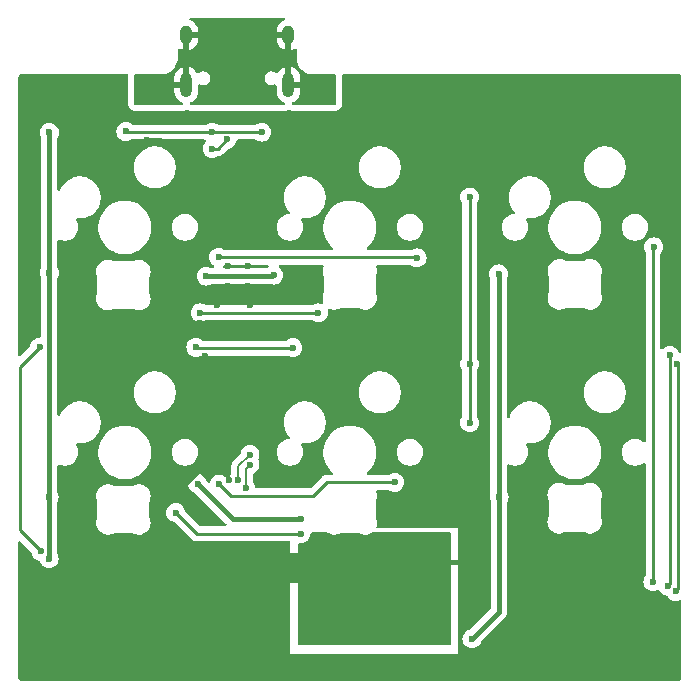
<source format=gbr>
G04 #@! TF.GenerationSoftware,KiCad,Pcbnew,8.0.2*
G04 #@! TF.CreationDate,2024-06-23T16:14:43-05:00*
G04 #@! TF.ProjectId,6KeyMacroPad,364b6579-4d61-4637-926f-5061642e6b69,rev?*
G04 #@! TF.SameCoordinates,Original*
G04 #@! TF.FileFunction,Copper,L1,Top*
G04 #@! TF.FilePolarity,Positive*
%FSLAX46Y46*%
G04 Gerber Fmt 4.6, Leading zero omitted, Abs format (unit mm)*
G04 Created by KiCad (PCBNEW 8.0.2) date 2024-06-23 16:14:43*
%MOMM*%
%LPD*%
G01*
G04 APERTURE LIST*
G04 #@! TA.AperFunction,ComponentPad*
%ADD10O,1.000000X2.100000*%
G04 #@! TD*
G04 #@! TA.AperFunction,ComponentPad*
%ADD11O,1.000000X1.600000*%
G04 #@! TD*
G04 #@! TA.AperFunction,ViaPad*
%ADD12C,0.600000*%
G04 #@! TD*
G04 #@! TA.AperFunction,Conductor*
%ADD13C,0.381000*%
G04 #@! TD*
G04 #@! TA.AperFunction,Conductor*
%ADD14C,0.254000*%
G04 #@! TD*
G04 #@! TA.AperFunction,Conductor*
%ADD15C,0.200000*%
G04 #@! TD*
G04 APERTURE END LIST*
D10*
X165451250Y-68076250D03*
D11*
X165451250Y-63896250D03*
D10*
X156811250Y-68076250D03*
D11*
X156811250Y-63896250D03*
D12*
X159400000Y-76400000D03*
X162700000Y-101600000D03*
X169600000Y-70600000D03*
X167600000Y-70600000D03*
X182000000Y-105000000D03*
X162200000Y-86700000D03*
X154200000Y-70600000D03*
X158000000Y-88250000D03*
X162200000Y-88800000D03*
X162000000Y-81800000D03*
X182000000Y-89500000D03*
X153500000Y-72750000D03*
X160300000Y-81800000D03*
X173750000Y-113250000D03*
X163576000Y-99060000D03*
X158400000Y-91100000D03*
X160300000Y-85100000D03*
X182000000Y-86250000D03*
X176750000Y-107000000D03*
X160300000Y-83400000D03*
X159400000Y-86700000D03*
X162000000Y-83400000D03*
X163012999Y-75500000D03*
X158400000Y-89500000D03*
X159400000Y-74800000D03*
X154000000Y-106750000D03*
X162944250Y-81750000D03*
X152200000Y-70600000D03*
X165750000Y-88250000D03*
X162000000Y-85100000D03*
X156464000Y-102616000D03*
X159400000Y-88800000D03*
X169000000Y-109250000D03*
X162944250Y-88250000D03*
X146750000Y-106750000D03*
X160400000Y-101600000D03*
X182000000Y-108500000D03*
X172600000Y-68800000D03*
X158500000Y-84300000D03*
X157762001Y-101862001D03*
X145210750Y-72136000D03*
X145200000Y-108227000D03*
X166500000Y-104900000D03*
X183248250Y-84100000D03*
X181000000Y-115000000D03*
X145200000Y-103000000D03*
X164200000Y-84200000D03*
X145210750Y-84000000D03*
X183300000Y-103000000D03*
X159550000Y-82700000D03*
X196375000Y-81818750D03*
X176350000Y-82750000D03*
X196325000Y-110175000D03*
X159600000Y-101900000D03*
X174450000Y-101750000D03*
X162199265Y-100249265D03*
X161850000Y-102250000D03*
X159000000Y-72100000D03*
X151700000Y-72050000D03*
X163200000Y-72100000D03*
X161200000Y-101550000D03*
X162200000Y-99400000D03*
X144500000Y-107600000D03*
X144400000Y-90300000D03*
X165825000Y-90350000D03*
X157625000Y-90325000D03*
X160250000Y-72727000D03*
X159000000Y-73500000D03*
X197577462Y-110528749D03*
X197750000Y-91000000D03*
X198237996Y-110980078D03*
X180800000Y-96700000D03*
X180800000Y-77600000D03*
X198377000Y-91750000D03*
X180800000Y-91750000D03*
X158000000Y-87400000D03*
X168000000Y-87400000D03*
X166500000Y-106100000D03*
X155917500Y-104332500D03*
X167400000Y-68200000D03*
X163800000Y-63200000D03*
X161200000Y-66000000D03*
X158600000Y-63200000D03*
X154400000Y-68200000D03*
D13*
X182000000Y-108500000D02*
X178500000Y-108500000D01*
X182000000Y-86250000D02*
X182000000Y-89500000D01*
X162944250Y-88250000D02*
X158000000Y-88250000D01*
X162560000Y-97028000D02*
X163576000Y-98044000D01*
X182000000Y-105000000D02*
X182000000Y-108500000D01*
X156464000Y-102616000D02*
X156464000Y-102183487D01*
X160020000Y-97028000D02*
X162560000Y-97028000D01*
X154000000Y-106750000D02*
X146750000Y-106750000D01*
X154587137Y-72750000D02*
X153500000Y-72750000D01*
X162944250Y-88250000D02*
X165750000Y-88250000D01*
X163012999Y-75500000D02*
X157337137Y-75500000D01*
X157337137Y-75500000D02*
X154587137Y-72750000D01*
X156464000Y-102183487D02*
X159004000Y-99643487D01*
X163012999Y-81681251D02*
X162944250Y-81750000D01*
X159004000Y-98044000D02*
X160020000Y-97028000D01*
X159004000Y-99643487D02*
X159004000Y-98044000D01*
X163012999Y-75500000D02*
X163012999Y-81681251D01*
X163576000Y-98044000D02*
X163576000Y-99060000D01*
X182000000Y-89500000D02*
X182000000Y-105000000D01*
X157762001Y-101862001D02*
X160800000Y-104900000D01*
X160800000Y-104900000D02*
X166500000Y-104900000D01*
X145200000Y-103000000D02*
X145200000Y-108227000D01*
X183300000Y-112700000D02*
X183300000Y-103000000D01*
X181000000Y-115000000D02*
X183300000Y-112700000D01*
X183248250Y-84100000D02*
X183248250Y-102948250D01*
X183248250Y-102948250D02*
X183300000Y-103000000D01*
X164100000Y-84300000D02*
X164200000Y-84200000D01*
X145210750Y-102989250D02*
X145200000Y-103000000D01*
X145210750Y-72136000D02*
X145210750Y-84000000D01*
X145210750Y-84000000D02*
X145210750Y-102989250D01*
X158500000Y-84300000D02*
X164100000Y-84300000D01*
D14*
X159550000Y-82700000D02*
X176300000Y-82700000D01*
X176300000Y-82700000D02*
X176350000Y-82750000D01*
X196325000Y-81868750D02*
X196375000Y-81818750D01*
X196325000Y-110175000D02*
X196325000Y-81868750D01*
X167573000Y-102877000D02*
X168700000Y-101750000D01*
X168700000Y-101750000D02*
X174450000Y-101750000D01*
X160577000Y-102877000D02*
X167573000Y-102877000D01*
X159600000Y-101900000D02*
X160577000Y-102877000D01*
D15*
X162199265Y-100249265D02*
X161850000Y-100598530D01*
X161850000Y-100598530D02*
X161850000Y-102250000D01*
D14*
X159000000Y-72100000D02*
X163200000Y-72100000D01*
X151750000Y-72100000D02*
X151700000Y-72050000D01*
X159000000Y-72100000D02*
X151750000Y-72100000D01*
D15*
X162200000Y-99400000D02*
X161200000Y-100400000D01*
X161200000Y-100400000D02*
X161200000Y-101550000D01*
D14*
X157625000Y-90325000D02*
X157700000Y-90400000D01*
X142708250Y-91991750D02*
X144400000Y-90300000D01*
X157700000Y-90400000D02*
X165775000Y-90400000D01*
X165775000Y-90400000D02*
X165825000Y-90350000D01*
X142708250Y-105808250D02*
X142708250Y-91991750D01*
X144500000Y-107600000D02*
X142708250Y-105808250D01*
X159477000Y-73500000D02*
X160250000Y-72727000D01*
X159000000Y-73500000D02*
X159477000Y-73500000D01*
X197577462Y-110528749D02*
X197750000Y-110356211D01*
X197750000Y-110356211D02*
X197750000Y-91000000D01*
X180800000Y-77600000D02*
X180800000Y-91750000D01*
X180800000Y-91750000D02*
X180800000Y-96700000D01*
X198426003Y-91799003D02*
X198377000Y-91750000D01*
X198426003Y-110792071D02*
X198426003Y-91799003D01*
X198237996Y-110980078D02*
X198426003Y-110792071D01*
X158000000Y-87400000D02*
X168000000Y-87400000D01*
X157685000Y-106100000D02*
X166500000Y-106100000D01*
X155917500Y-104332500D02*
X157685000Y-106100000D01*
G04 #@! TA.AperFunction,Conductor*
G36*
X163720593Y-83347185D02*
G01*
X163766348Y-83399989D01*
X163776292Y-83469147D01*
X163747267Y-83532703D01*
X163719527Y-83556492D01*
X163712149Y-83561128D01*
X163697737Y-83570184D01*
X163695241Y-83572681D01*
X163693230Y-83573778D01*
X163692295Y-83574525D01*
X163692164Y-83574361D01*
X163633918Y-83606166D01*
X163607560Y-83609000D01*
X160038357Y-83609000D01*
X159971318Y-83589315D01*
X159925563Y-83536511D01*
X159915619Y-83467353D01*
X159944644Y-83403797D01*
X159972385Y-83380006D01*
X159972688Y-83379816D01*
X160025700Y-83346505D01*
X160091672Y-83327500D01*
X163653554Y-83327500D01*
X163720593Y-83347185D01*
G37*
G04 #@! TD.AperFunction*
G04 #@! TA.AperFunction,Conductor*
G36*
X151837539Y-67195185D02*
G01*
X151883294Y-67247989D01*
X151894500Y-67299500D01*
X151894500Y-68831750D01*
X151894500Y-69676000D01*
X151894501Y-69676009D01*
X151906052Y-69783450D01*
X151906054Y-69783462D01*
X151917260Y-69834972D01*
X151951384Y-69937499D01*
X151951386Y-69937503D01*
X151951387Y-69937504D01*
X151955313Y-69943613D01*
X151975000Y-70010651D01*
X151975000Y-70100000D01*
X152015585Y-70100000D01*
X152082624Y-70119685D01*
X152096788Y-70130288D01*
X152183660Y-70205564D01*
X152183661Y-70205565D01*
X152183664Y-70205567D01*
X152183666Y-70205568D01*
X152183668Y-70205569D01*
X152277925Y-70248616D01*
X152314541Y-70265338D01*
X152381580Y-70285023D01*
X152381584Y-70285024D01*
X152524000Y-70305500D01*
X152524003Y-70305500D01*
X154143651Y-70305500D01*
X154150735Y-70305301D01*
X154172001Y-70304704D01*
X154185885Y-70303924D01*
X154189571Y-70303613D01*
X154210429Y-70303613D01*
X154214115Y-70303924D01*
X154227999Y-70304704D01*
X154248791Y-70305287D01*
X154256349Y-70305500D01*
X154256353Y-70305500D01*
X156408410Y-70305500D01*
X156408416Y-70305500D01*
X156524666Y-70291951D01*
X156580171Y-70278835D01*
X156690195Y-70238913D01*
X156735310Y-70207588D01*
X156801599Y-70185524D01*
X156869299Y-70202802D01*
X156873074Y-70205134D01*
X156873750Y-70205568D01*
X156968009Y-70248616D01*
X157004625Y-70265338D01*
X157071664Y-70285023D01*
X157071668Y-70285024D01*
X157214084Y-70305500D01*
X157214087Y-70305500D01*
X165048410Y-70305500D01*
X165048416Y-70305500D01*
X165164666Y-70291951D01*
X165220171Y-70278835D01*
X165330195Y-70238913D01*
X165375310Y-70207588D01*
X165441599Y-70185524D01*
X165509299Y-70202802D01*
X165513074Y-70205134D01*
X165513750Y-70205568D01*
X165608009Y-70248616D01*
X165644625Y-70265338D01*
X165711664Y-70285023D01*
X165711668Y-70285024D01*
X165854084Y-70305500D01*
X165854087Y-70305500D01*
X167543651Y-70305500D01*
X167550735Y-70305301D01*
X167572001Y-70304704D01*
X167585885Y-70303924D01*
X167589571Y-70303613D01*
X167610429Y-70303613D01*
X167614115Y-70303924D01*
X167627999Y-70304704D01*
X167648791Y-70305287D01*
X167656349Y-70305500D01*
X167656353Y-70305500D01*
X169375990Y-70305500D01*
X169376000Y-70305500D01*
X169483456Y-70293947D01*
X169534967Y-70282741D01*
X169569197Y-70271347D01*
X169637497Y-70248616D01*
X169637501Y-70248613D01*
X169637504Y-70248613D01*
X169758543Y-70170825D01*
X169805326Y-70130286D01*
X169854812Y-70107687D01*
X169862499Y-70100000D01*
X169862500Y-70100000D01*
X169862500Y-70099999D01*
X169867607Y-70094892D01*
X169882185Y-70045248D01*
X169892788Y-70031083D01*
X169905567Y-70016336D01*
X169965338Y-69885459D01*
X169985023Y-69818420D01*
X169985024Y-69818416D01*
X170005500Y-69676000D01*
X170005500Y-67299500D01*
X170025185Y-67232461D01*
X170077989Y-67186706D01*
X170129500Y-67175500D01*
X198371608Y-67175500D01*
X198427744Y-67175500D01*
X198447130Y-67177025D01*
X198508737Y-67186782D01*
X198545625Y-67198767D01*
X198545721Y-67198816D01*
X198592392Y-67222595D01*
X198623778Y-67245397D01*
X198660892Y-67282509D01*
X198683695Y-67313893D01*
X198707523Y-67360653D01*
X198719514Y-67397550D01*
X198729220Y-67458814D01*
X198730747Y-67478232D01*
X198727898Y-90641166D01*
X198708205Y-90708203D01*
X198655396Y-90753952D01*
X198586236Y-90763887D01*
X198522684Y-90734854D01*
X198486856Y-90682105D01*
X198475789Y-90650478D01*
X198399619Y-90529254D01*
X198379816Y-90497738D01*
X198252262Y-90370184D01*
X198220144Y-90350003D01*
X198099523Y-90274211D01*
X197929254Y-90214631D01*
X197929249Y-90214630D01*
X197750004Y-90194435D01*
X197749996Y-90194435D01*
X197570750Y-90214630D01*
X197570745Y-90214631D01*
X197400476Y-90274211D01*
X197247737Y-90370184D01*
X197164181Y-90453741D01*
X197102858Y-90487226D01*
X197033166Y-90482242D01*
X196977233Y-90440370D01*
X196952816Y-90374906D01*
X196952500Y-90366060D01*
X196952500Y-82424690D01*
X196972185Y-82357651D01*
X196988819Y-82337009D01*
X197004816Y-82321012D01*
X197100789Y-82168272D01*
X197160368Y-81998005D01*
X197160369Y-81997999D01*
X197180565Y-81818753D01*
X197180565Y-81818746D01*
X197160369Y-81639500D01*
X197160368Y-81639495D01*
X197100788Y-81469226D01*
X197004815Y-81316487D01*
X196877262Y-81188934D01*
X196724523Y-81092961D01*
X196554254Y-81033381D01*
X196554249Y-81033380D01*
X196375004Y-81013185D01*
X196374996Y-81013185D01*
X196195750Y-81033380D01*
X196195745Y-81033381D01*
X196025476Y-81092961D01*
X195872737Y-81188934D01*
X195745184Y-81316487D01*
X195649211Y-81469226D01*
X195589631Y-81639495D01*
X195589630Y-81639500D01*
X195569435Y-81818746D01*
X195569435Y-81818753D01*
X195589630Y-81997999D01*
X195589631Y-81998004D01*
X195649211Y-82168274D01*
X195678493Y-82214874D01*
X195697500Y-82280847D01*
X195697500Y-98246254D01*
X195677815Y-98313293D01*
X195625011Y-98359048D01*
X195555853Y-98368992D01*
X195500614Y-98346572D01*
X195376140Y-98256136D01*
X195218292Y-98175707D01*
X195218289Y-98175706D01*
X195049806Y-98120964D01*
X194938060Y-98103265D01*
X194874829Y-98093250D01*
X194697671Y-98093250D01*
X194639345Y-98102488D01*
X194522693Y-98120964D01*
X194354210Y-98175706D01*
X194354207Y-98175707D01*
X194196359Y-98256136D01*
X194117690Y-98313293D01*
X194053036Y-98360267D01*
X194053034Y-98360269D01*
X194053033Y-98360269D01*
X193927769Y-98485533D01*
X193927769Y-98485534D01*
X193927767Y-98485536D01*
X193883046Y-98547088D01*
X193823636Y-98628859D01*
X193743207Y-98786707D01*
X193743206Y-98786710D01*
X193688464Y-98955193D01*
X193660750Y-99130171D01*
X193660750Y-99307328D01*
X193688464Y-99482306D01*
X193743206Y-99650789D01*
X193743207Y-99650792D01*
X193798466Y-99759241D01*
X193823636Y-99808640D01*
X193927767Y-99951964D01*
X194053036Y-100077233D01*
X194196360Y-100181364D01*
X194255497Y-100211496D01*
X194354207Y-100261792D01*
X194354210Y-100261793D01*
X194438451Y-100289164D01*
X194522695Y-100316536D01*
X194697671Y-100344250D01*
X194697672Y-100344250D01*
X194874828Y-100344250D01*
X194874829Y-100344250D01*
X195049805Y-100316536D01*
X195218292Y-100261792D01*
X195376140Y-100181364D01*
X195500617Y-100090925D01*
X195566420Y-100067447D01*
X195634474Y-100083272D01*
X195683169Y-100133378D01*
X195697500Y-100191245D01*
X195697500Y-109633328D01*
X195678494Y-109699300D01*
X195599211Y-109825476D01*
X195539631Y-109995745D01*
X195539630Y-109995750D01*
X195519435Y-110174996D01*
X195519435Y-110175003D01*
X195539630Y-110354249D01*
X195539631Y-110354254D01*
X195599211Y-110524523D01*
X195695184Y-110677262D01*
X195822738Y-110804816D01*
X195975478Y-110900789D01*
X196145745Y-110960368D01*
X196145750Y-110960369D01*
X196324996Y-110980565D01*
X196325000Y-110980565D01*
X196325004Y-110980565D01*
X196504249Y-110960369D01*
X196504252Y-110960368D01*
X196504255Y-110960368D01*
X196674522Y-110900789D01*
X196706679Y-110880582D01*
X196773912Y-110861582D01*
X196840747Y-110881948D01*
X196877644Y-110919604D01*
X196915949Y-110980565D01*
X196947646Y-111031011D01*
X197075200Y-111158565D01*
X197227940Y-111254538D01*
X197398207Y-111314117D01*
X197451085Y-111320074D01*
X197515495Y-111347139D01*
X197542191Y-111377320D01*
X197565805Y-111414901D01*
X197608177Y-111482337D01*
X197608180Y-111482340D01*
X197735734Y-111609894D01*
X197888474Y-111705867D01*
X197915658Y-111715379D01*
X198058741Y-111765446D01*
X198058746Y-111765447D01*
X198237992Y-111785643D01*
X198237996Y-111785643D01*
X198238000Y-111785643D01*
X198417245Y-111765447D01*
X198417247Y-111765446D01*
X198417251Y-111765446D01*
X198417254Y-111765444D01*
X198417258Y-111765444D01*
X198560336Y-111715379D01*
X198630115Y-111711817D01*
X198690742Y-111746545D01*
X198722970Y-111808539D01*
X198725291Y-111832435D01*
X198724508Y-118195191D01*
X198724503Y-118195273D01*
X198724500Y-118258961D01*
X198722972Y-118278357D01*
X198713214Y-118339947D01*
X198701226Y-118376840D01*
X198677398Y-118423603D01*
X198654595Y-118454987D01*
X198617487Y-118492095D01*
X198586103Y-118514898D01*
X198539340Y-118538726D01*
X198502448Y-118550714D01*
X198440862Y-118560472D01*
X198421457Y-118562000D01*
X142878543Y-118562000D01*
X142859138Y-118560472D01*
X142797551Y-118550714D01*
X142760659Y-118538726D01*
X142713896Y-118514898D01*
X142682512Y-118492095D01*
X142645404Y-118454987D01*
X142622601Y-118423603D01*
X142598772Y-118376837D01*
X142586785Y-118339948D01*
X142577029Y-118278367D01*
X142575501Y-118258949D01*
X142575806Y-115785369D01*
X142576903Y-106863668D01*
X142596596Y-106796632D01*
X142649405Y-106750883D01*
X142718565Y-106740948D01*
X142782117Y-106769981D01*
X142788584Y-106776003D01*
X143674146Y-107661565D01*
X143707631Y-107722888D01*
X143709685Y-107735361D01*
X143714630Y-107779249D01*
X143774210Y-107949521D01*
X143774211Y-107949522D01*
X143870184Y-108102262D01*
X143997738Y-108229816D01*
X144150478Y-108325789D01*
X144320745Y-108385368D01*
X144333451Y-108386799D01*
X144397864Y-108413865D01*
X144436609Y-108469065D01*
X144474209Y-108576519D01*
X144474211Y-108576522D01*
X144570184Y-108729262D01*
X144697738Y-108856816D01*
X144850478Y-108952789D01*
X145020745Y-109012368D01*
X145020750Y-109012369D01*
X145199996Y-109032565D01*
X145200000Y-109032565D01*
X145200004Y-109032565D01*
X145379249Y-109012369D01*
X145379252Y-109012368D01*
X145379255Y-109012368D01*
X145549522Y-108952789D01*
X145702262Y-108856816D01*
X145829816Y-108729262D01*
X145925789Y-108576522D01*
X145985368Y-108406255D01*
X145987560Y-108386799D01*
X146005565Y-108227003D01*
X146005565Y-108226996D01*
X145985369Y-108047750D01*
X145985366Y-108047737D01*
X145925790Y-107877480D01*
X145910005Y-107852357D01*
X145891000Y-107786387D01*
X145891000Y-105195507D01*
X149183964Y-105195507D01*
X149201719Y-105377241D01*
X149201720Y-105377244D01*
X149252079Y-105552760D01*
X149252080Y-105552764D01*
X149333381Y-105716266D01*
X149442940Y-105862356D01*
X149442942Y-105862358D01*
X149577126Y-105986191D01*
X149577129Y-105986193D01*
X149577132Y-105986196D01*
X149731524Y-106083698D01*
X149858184Y-106134471D01*
X149901013Y-106151640D01*
X149901014Y-106151640D01*
X149901016Y-106151641D01*
X150080007Y-106187780D01*
X150080001Y-106187780D01*
X150096321Y-106188060D01*
X150262583Y-106190921D01*
X150442711Y-106160959D01*
X150614440Y-106098885D01*
X150628837Y-106090494D01*
X150630151Y-106089840D01*
X150664193Y-106069944D01*
X150726763Y-106053000D01*
X152207892Y-106053000D01*
X152208014Y-106053007D01*
X152216105Y-106053006D01*
X152216108Y-106053007D01*
X152248242Y-106053003D01*
X152310807Y-106069936D01*
X152338630Y-106086192D01*
X152338631Y-106086192D01*
X152344724Y-106089752D01*
X152346406Y-106090591D01*
X152360579Y-106098850D01*
X152477631Y-106141160D01*
X152515007Y-106154671D01*
X152532301Y-106160922D01*
X152712422Y-106190882D01*
X152892723Y-106187780D01*
X152894991Y-106187741D01*
X152939213Y-106178812D01*
X153073975Y-106151603D01*
X153243460Y-106083663D01*
X153397846Y-105986163D01*
X153532033Y-105862328D01*
X153641585Y-105716247D01*
X153722883Y-105552749D01*
X153773242Y-105377235D01*
X153790997Y-105195504D01*
X153775561Y-105013562D01*
X153727444Y-104837420D01*
X153727436Y-104837403D01*
X153720203Y-104822330D01*
X153719597Y-104820824D01*
X153713678Y-104808537D01*
X153700286Y-104780736D01*
X153688002Y-104726909D01*
X153688003Y-104720657D01*
X153688007Y-104689508D01*
X153688006Y-104689504D01*
X153688007Y-104681498D01*
X153687999Y-104681360D01*
X153687999Y-104332496D01*
X155111935Y-104332496D01*
X155111935Y-104332503D01*
X155132130Y-104511749D01*
X155132131Y-104511754D01*
X155191711Y-104682023D01*
X155275771Y-104815802D01*
X155287684Y-104834762D01*
X155415238Y-104962316D01*
X155496797Y-105013563D01*
X155563432Y-105055433D01*
X155567978Y-105058289D01*
X155738245Y-105117868D01*
X155782135Y-105122813D01*
X155846548Y-105149878D01*
X155855933Y-105158352D01*
X157197589Y-106500008D01*
X157242538Y-106544957D01*
X157284994Y-106587413D01*
X157284996Y-106587414D01*
X157362623Y-106639283D01*
X157362625Y-106639284D01*
X157387759Y-106656078D01*
X157387762Y-106656080D01*
X157387767Y-106656083D01*
X157387769Y-106656084D01*
X157387773Y-106656086D01*
X157501960Y-106703383D01*
X157501965Y-106703385D01*
X157501969Y-106703385D01*
X157501970Y-106703386D01*
X157623193Y-106727500D01*
X157623196Y-106727500D01*
X157623197Y-106727500D01*
X165484000Y-106727500D01*
X165551039Y-106747185D01*
X165596794Y-106799989D01*
X165608000Y-106851500D01*
X165608000Y-116332000D01*
X179832000Y-116332000D01*
X179832000Y-114999996D01*
X180194435Y-114999996D01*
X180194435Y-115000003D01*
X180214630Y-115179249D01*
X180214631Y-115179254D01*
X180274211Y-115349523D01*
X180370184Y-115502262D01*
X180497738Y-115629816D01*
X180650478Y-115725789D01*
X180820745Y-115785368D01*
X180820750Y-115785369D01*
X180999996Y-115805565D01*
X181000000Y-115805565D01*
X181000004Y-115805565D01*
X181179249Y-115785369D01*
X181179252Y-115785368D01*
X181179255Y-115785368D01*
X181349522Y-115725789D01*
X181502262Y-115629816D01*
X181629816Y-115502262D01*
X181725789Y-115349522D01*
X181769239Y-115225345D01*
X181798597Y-115178623D01*
X183836735Y-113140487D01*
X183912356Y-113027311D01*
X183964445Y-112901557D01*
X183991000Y-112768058D01*
X183991000Y-105095507D01*
X187383964Y-105095507D01*
X187401719Y-105277241D01*
X187401720Y-105277244D01*
X187452079Y-105452760D01*
X187452080Y-105452764D01*
X187533381Y-105616266D01*
X187642940Y-105762356D01*
X187642942Y-105762358D01*
X187777126Y-105886191D01*
X187777129Y-105886193D01*
X187777132Y-105886196D01*
X187931524Y-105983698D01*
X188058184Y-106034471D01*
X188101013Y-106051640D01*
X188101014Y-106051640D01*
X188101016Y-106051641D01*
X188280007Y-106087780D01*
X188280001Y-106087780D01*
X188296321Y-106088060D01*
X188462583Y-106090921D01*
X188642711Y-106060959D01*
X188814440Y-105998885D01*
X188828837Y-105990494D01*
X188830151Y-105989840D01*
X188864193Y-105969944D01*
X188926763Y-105953000D01*
X190407892Y-105953000D01*
X190408014Y-105953007D01*
X190416105Y-105953006D01*
X190416108Y-105953007D01*
X190448242Y-105953003D01*
X190510807Y-105969936D01*
X190538630Y-105986192D01*
X190538631Y-105986192D01*
X190544724Y-105989752D01*
X190546406Y-105990591D01*
X190560579Y-105998850D01*
X190732301Y-106060922D01*
X190912422Y-106090882D01*
X191092723Y-106087780D01*
X191094991Y-106087741D01*
X191146212Y-106077399D01*
X191273975Y-106051603D01*
X191443460Y-105983663D01*
X191597846Y-105886163D01*
X191732033Y-105762328D01*
X191841585Y-105616247D01*
X191922883Y-105452749D01*
X191924313Y-105447767D01*
X191944548Y-105377241D01*
X191973242Y-105277235D01*
X191990997Y-105095504D01*
X191975561Y-104913562D01*
X191927444Y-104737420D01*
X191927436Y-104737403D01*
X191920203Y-104722330D01*
X191919597Y-104720824D01*
X191904494Y-104689471D01*
X191900286Y-104680736D01*
X191888002Y-104626909D01*
X191888007Y-104589508D01*
X191888006Y-104589504D01*
X191888007Y-104581498D01*
X191887999Y-104581360D01*
X191887999Y-103323903D01*
X191888007Y-103323770D01*
X191888006Y-103315495D01*
X191888007Y-103315492D01*
X191888002Y-103278083D01*
X191897086Y-103238155D01*
X191897596Y-103231032D01*
X191899979Y-103225439D01*
X191900214Y-103224409D01*
X191901991Y-103220707D01*
X191901995Y-103220709D01*
X191902043Y-103220597D01*
X191916534Y-103190495D01*
X191916534Y-103190492D01*
X191919917Y-103183466D01*
X191920190Y-103182782D01*
X191927481Y-103167592D01*
X191975599Y-102991443D01*
X191991036Y-102809494D01*
X191973280Y-102627757D01*
X191922919Y-102452236D01*
X191841617Y-102288731D01*
X191814267Y-102252262D01*
X191732062Y-102142646D01*
X191706263Y-102118837D01*
X191597869Y-102018805D01*
X191597753Y-102018732D01*
X191443476Y-101921302D01*
X191273986Y-101853359D01*
X191273976Y-101853357D01*
X191094992Y-101817219D01*
X191094999Y-101817219D01*
X190923294Y-101814266D01*
X190912418Y-101814079D01*
X190912417Y-101814079D01*
X190912414Y-101814079D01*
X190732297Y-101844039D01*
X190732291Y-101844040D01*
X190560561Y-101906114D01*
X190546021Y-101914586D01*
X190544890Y-101915151D01*
X190510802Y-101935066D01*
X190448245Y-101951997D01*
X190407901Y-101951994D01*
X190407797Y-101952001D01*
X188967111Y-101952001D01*
X188966988Y-101951993D01*
X188926753Y-101951996D01*
X188864193Y-101935063D01*
X188840700Y-101921338D01*
X188836370Y-101918808D01*
X188836368Y-101918807D01*
X188830346Y-101915289D01*
X188828643Y-101914438D01*
X188814419Y-101906150D01*
X188642703Y-101844080D01*
X188642691Y-101844077D01*
X188462582Y-101814119D01*
X188462579Y-101814119D01*
X188454171Y-101814263D01*
X188280006Y-101817259D01*
X188101034Y-101853394D01*
X188101023Y-101853397D01*
X187931542Y-101921337D01*
X187931541Y-101921337D01*
X187777161Y-102018832D01*
X187777158Y-102018834D01*
X187642967Y-102142673D01*
X187533415Y-102288754D01*
X187452117Y-102452250D01*
X187452116Y-102452254D01*
X187401759Y-102627763D01*
X187401758Y-102627765D01*
X187384004Y-102809492D01*
X187384004Y-102809495D01*
X187384959Y-102820747D01*
X187399439Y-102991430D01*
X187399440Y-102991438D01*
X187447553Y-103167570D01*
X187447560Y-103167589D01*
X187454796Y-103182665D01*
X187455343Y-103184022D01*
X187458480Y-103190538D01*
X187458481Y-103190540D01*
X187472945Y-103220579D01*
X187474724Y-103224273D01*
X187487001Y-103278069D01*
X187487001Y-104626920D01*
X187474802Y-104680554D01*
X187473891Y-104682453D01*
X187473816Y-104682608D01*
X187455277Y-104721114D01*
X187454960Y-104721899D01*
X187447521Y-104737403D01*
X187447515Y-104737417D01*
X187399401Y-104913554D01*
X187399400Y-104913562D01*
X187386700Y-105063257D01*
X187384618Y-105087804D01*
X187383964Y-105095507D01*
X183991000Y-105095507D01*
X183991000Y-103440612D01*
X184010007Y-103374639D01*
X184025788Y-103349524D01*
X184025789Y-103349522D01*
X184085368Y-103179255D01*
X184085369Y-103179249D01*
X184105565Y-103000003D01*
X184105565Y-102999996D01*
X184085369Y-102820750D01*
X184085368Y-102820745D01*
X184052833Y-102727765D01*
X184025789Y-102650478D01*
X184025788Y-102650476D01*
X183958256Y-102542999D01*
X183939250Y-102477027D01*
X183939250Y-100334234D01*
X183958935Y-100267195D01*
X184011739Y-100221440D01*
X184080897Y-100211496D01*
X184119545Y-100223749D01*
X184194207Y-100261792D01*
X184194210Y-100261793D01*
X184278451Y-100289164D01*
X184362695Y-100316536D01*
X184537671Y-100344250D01*
X184537672Y-100344250D01*
X184714828Y-100344250D01*
X184714829Y-100344250D01*
X184889805Y-100316536D01*
X185058292Y-100261792D01*
X185216140Y-100181364D01*
X185359464Y-100077233D01*
X185484733Y-99951964D01*
X185588864Y-99808640D01*
X185669292Y-99650792D01*
X185724036Y-99482305D01*
X185751750Y-99307329D01*
X185751750Y-99130171D01*
X185742415Y-99071236D01*
X187455750Y-99071236D01*
X187455750Y-99366263D01*
X187471028Y-99482305D01*
X187494257Y-99658743D01*
X187564121Y-99919480D01*
X187570611Y-99943701D01*
X187570614Y-99943711D01*
X187683504Y-100216250D01*
X187683508Y-100216260D01*
X187831011Y-100471743D01*
X188010602Y-100705790D01*
X188010608Y-100705797D01*
X188219202Y-100914391D01*
X188219209Y-100914397D01*
X188453256Y-101093988D01*
X188708739Y-101241491D01*
X188708740Y-101241491D01*
X188708743Y-101241493D01*
X188919546Y-101328810D01*
X188949891Y-101341380D01*
X188981298Y-101354389D01*
X189266257Y-101430743D01*
X189558744Y-101469250D01*
X189558751Y-101469250D01*
X189853749Y-101469250D01*
X189853756Y-101469250D01*
X190146243Y-101430743D01*
X190431202Y-101354389D01*
X190703757Y-101241493D01*
X190959244Y-101093988D01*
X191193292Y-100914396D01*
X191401896Y-100705792D01*
X191581488Y-100471744D01*
X191728993Y-100216257D01*
X191841889Y-99943702D01*
X191918243Y-99658743D01*
X191956750Y-99366256D01*
X191956750Y-99071244D01*
X191918243Y-98778757D01*
X191841889Y-98493798D01*
X191840865Y-98491327D01*
X191786579Y-98360269D01*
X191728993Y-98221243D01*
X191716941Y-98200369D01*
X191581488Y-97965756D01*
X191401897Y-97731709D01*
X191401891Y-97731702D01*
X191193297Y-97523108D01*
X191193290Y-97523102D01*
X190959243Y-97343511D01*
X190703760Y-97196008D01*
X190703750Y-97196004D01*
X190431211Y-97083114D01*
X190431204Y-97083112D01*
X190431202Y-97083111D01*
X190146243Y-97006757D01*
X190097363Y-97000321D01*
X189853763Y-96968250D01*
X189853756Y-96968250D01*
X189558744Y-96968250D01*
X189558736Y-96968250D01*
X189280335Y-97004903D01*
X189266257Y-97006757D01*
X189106655Y-97049522D01*
X188981298Y-97083111D01*
X188981288Y-97083114D01*
X188708749Y-97196004D01*
X188708739Y-97196008D01*
X188453256Y-97343511D01*
X188219209Y-97523102D01*
X188219202Y-97523108D01*
X188010608Y-97731702D01*
X188010602Y-97731709D01*
X187831011Y-97965756D01*
X187683508Y-98221239D01*
X187683504Y-98221249D01*
X187570614Y-98493788D01*
X187570611Y-98493798D01*
X187534422Y-98628860D01*
X187494258Y-98778754D01*
X187494256Y-98778765D01*
X187455750Y-99071236D01*
X185742415Y-99071236D01*
X185724036Y-98955195D01*
X185669292Y-98786708D01*
X185669290Y-98786702D01*
X185586763Y-98624737D01*
X185573866Y-98556067D01*
X185600142Y-98491327D01*
X185657248Y-98451069D01*
X185713431Y-98445502D01*
X185772814Y-98453320D01*
X185779862Y-98454248D01*
X185779878Y-98454250D01*
X185779885Y-98454250D01*
X186012615Y-98454250D01*
X186012622Y-98454250D01*
X186243376Y-98423871D01*
X186468190Y-98363632D01*
X186557377Y-98326690D01*
X186683210Y-98274569D01*
X186683213Y-98274567D01*
X186683219Y-98274565D01*
X186884782Y-98158192D01*
X187069431Y-98016506D01*
X187234006Y-97851931D01*
X187375692Y-97667282D01*
X187492065Y-97465719D01*
X187508605Y-97425789D01*
X187571350Y-97274306D01*
X187581132Y-97250690D01*
X187641371Y-97025876D01*
X187671750Y-96795122D01*
X187671750Y-96562378D01*
X187641371Y-96331624D01*
X187581132Y-96106810D01*
X187555524Y-96044985D01*
X187492069Y-95891789D01*
X187492061Y-95891773D01*
X187375696Y-95690225D01*
X187375692Y-95690218D01*
X187234006Y-95505569D01*
X187234001Y-95505563D01*
X187069436Y-95340998D01*
X187069429Y-95340992D01*
X186884790Y-95199314D01*
X186884788Y-95199312D01*
X186884782Y-95199308D01*
X186884777Y-95199305D01*
X186884774Y-95199303D01*
X186683226Y-95082938D01*
X186683210Y-95082930D01*
X186468197Y-94993870D01*
X186243372Y-94933628D01*
X186012632Y-94903251D01*
X186012627Y-94903250D01*
X186012622Y-94903250D01*
X185779878Y-94903250D01*
X185779872Y-94903250D01*
X185779867Y-94903251D01*
X185549127Y-94933628D01*
X185324302Y-94993870D01*
X185109289Y-95082930D01*
X185109273Y-95082938D01*
X184907725Y-95199303D01*
X184907709Y-95199314D01*
X184723070Y-95340992D01*
X184723063Y-95340998D01*
X184558498Y-95505563D01*
X184558492Y-95505570D01*
X184416814Y-95690209D01*
X184416803Y-95690225D01*
X184300438Y-95891773D01*
X184300430Y-95891789D01*
X184211370Y-96106802D01*
X184211368Y-96106810D01*
X184187625Y-96195422D01*
X184183025Y-96212588D01*
X184146660Y-96272248D01*
X184083813Y-96302777D01*
X184014437Y-96294482D01*
X183960559Y-96249997D01*
X183939285Y-96183445D01*
X183939250Y-96180494D01*
X183939250Y-94022384D01*
X190470750Y-94022384D01*
X190470750Y-94255115D01*
X190470751Y-94255132D01*
X190501128Y-94485872D01*
X190561370Y-94710697D01*
X190650430Y-94925710D01*
X190650438Y-94925726D01*
X190766803Y-95127274D01*
X190766814Y-95127290D01*
X190908492Y-95311929D01*
X190908498Y-95311936D01*
X191073063Y-95476501D01*
X191073070Y-95476507D01*
X191110946Y-95505570D01*
X191257718Y-95618192D01*
X191257725Y-95618196D01*
X191459273Y-95734561D01*
X191459289Y-95734569D01*
X191674302Y-95823629D01*
X191674304Y-95823629D01*
X191674310Y-95823632D01*
X191899124Y-95883871D01*
X192129878Y-95914250D01*
X192129885Y-95914250D01*
X192362615Y-95914250D01*
X192362622Y-95914250D01*
X192593376Y-95883871D01*
X192818190Y-95823632D01*
X192876203Y-95799602D01*
X193033210Y-95734569D01*
X193033213Y-95734567D01*
X193033219Y-95734565D01*
X193234782Y-95618192D01*
X193419431Y-95476506D01*
X193584006Y-95311931D01*
X193725692Y-95127282D01*
X193842065Y-94925719D01*
X193851372Y-94903251D01*
X193931129Y-94710697D01*
X193931128Y-94710697D01*
X193931132Y-94710690D01*
X193991371Y-94485876D01*
X194021750Y-94255122D01*
X194021750Y-94022378D01*
X193991371Y-93791624D01*
X193931132Y-93566810D01*
X193931129Y-93566802D01*
X193842069Y-93351789D01*
X193842061Y-93351773D01*
X193725696Y-93150225D01*
X193725692Y-93150218D01*
X193584006Y-92965569D01*
X193584001Y-92965563D01*
X193419436Y-92800998D01*
X193419429Y-92800992D01*
X193234790Y-92659314D01*
X193234788Y-92659312D01*
X193234782Y-92659308D01*
X193234777Y-92659305D01*
X193234774Y-92659303D01*
X193033226Y-92542938D01*
X193033210Y-92542930D01*
X192818197Y-92453870D01*
X192593372Y-92393628D01*
X192362632Y-92363251D01*
X192362627Y-92363250D01*
X192362622Y-92363250D01*
X192129878Y-92363250D01*
X192129872Y-92363250D01*
X192129867Y-92363251D01*
X191899127Y-92393628D01*
X191674302Y-92453870D01*
X191459289Y-92542930D01*
X191459273Y-92542938D01*
X191257725Y-92659303D01*
X191257709Y-92659314D01*
X191073070Y-92800992D01*
X191073063Y-92800998D01*
X190908498Y-92965563D01*
X190908492Y-92965570D01*
X190766814Y-93150209D01*
X190766803Y-93150225D01*
X190650438Y-93351773D01*
X190650430Y-93351789D01*
X190561370Y-93566802D01*
X190501128Y-93791627D01*
X190470751Y-94022367D01*
X190470750Y-94022384D01*
X183939250Y-94022384D01*
X183939250Y-86139293D01*
X187402747Y-86139293D01*
X187420515Y-86321007D01*
X187470880Y-86496510D01*
X187470882Y-86496514D01*
X187552183Y-86660002D01*
X187661733Y-86806073D01*
X187795912Y-86929902D01*
X187950289Y-87027399D01*
X188119763Y-87095343D01*
X188298736Y-87131490D01*
X188481287Y-87134644D01*
X188481290Y-87134644D01*
X188481290Y-87134643D01*
X188481296Y-87134644D01*
X188661411Y-87104703D01*
X188833131Y-87042654D01*
X188847533Y-87034263D01*
X188848859Y-87033602D01*
X188855134Y-87029935D01*
X188855137Y-87029935D01*
X188882948Y-87013686D01*
X188882950Y-87013685D01*
X188945504Y-86996750D01*
X188977692Y-86996750D01*
X190434808Y-86996750D01*
X190466998Y-86996750D01*
X190529554Y-87013686D01*
X190557363Y-87029934D01*
X190557364Y-87029934D01*
X190563414Y-87033469D01*
X190565186Y-87034353D01*
X190579382Y-87042624D01*
X190608098Y-87053000D01*
X190751100Y-87104671D01*
X190931209Y-87134611D01*
X190931214Y-87134610D01*
X190931215Y-87134611D01*
X191052911Y-87132508D01*
X191113762Y-87131457D01*
X191292729Y-87095311D01*
X191462198Y-87027369D01*
X191616569Y-86929875D01*
X191750744Y-86806049D01*
X191860290Y-86659983D01*
X191941588Y-86496501D01*
X191991952Y-86321004D01*
X192008141Y-86155432D01*
X192009719Y-86139291D01*
X192008718Y-86127475D01*
X191994302Y-85957361D01*
X191946549Y-85782472D01*
X191946210Y-85781231D01*
X191946209Y-85781230D01*
X191946209Y-85781228D01*
X191938997Y-85766196D01*
X191938356Y-85764601D01*
X191919038Y-85724492D01*
X191906755Y-85670657D01*
X191906763Y-85633308D01*
X191906762Y-85633305D01*
X191906764Y-85625435D01*
X191906749Y-85625187D01*
X191906749Y-84359295D01*
X191906750Y-84359292D01*
X191906749Y-84321817D01*
X191919025Y-84268023D01*
X191938516Y-84227541D01*
X191938900Y-84226582D01*
X191946241Y-84211282D01*
X191994335Y-84035143D01*
X192009753Y-83853208D01*
X191991985Y-83671488D01*
X191941623Y-83496000D01*
X191941620Y-83495989D01*
X191941619Y-83495986D01*
X191860318Y-83332498D01*
X191846917Y-83314630D01*
X191831772Y-83294435D01*
X191750768Y-83186427D01*
X191750765Y-83186424D01*
X191750765Y-83186423D01*
X191616592Y-83062600D01*
X191616589Y-83062597D01*
X191462212Y-82965100D01*
X191292738Y-82897156D01*
X191246388Y-82887795D01*
X191113763Y-82861009D01*
X190931212Y-82857854D01*
X190931210Y-82857854D01*
X190751092Y-82887795D01*
X190579368Y-82949844D01*
X190564833Y-82958311D01*
X190563529Y-82958963D01*
X190529553Y-82978815D01*
X190466997Y-82995751D01*
X188985304Y-82995751D01*
X188985288Y-82995750D01*
X188977692Y-82995750D01*
X188945502Y-82995750D01*
X188882948Y-82978815D01*
X188849138Y-82959061D01*
X188847361Y-82958174D01*
X188833112Y-82949873D01*
X188661403Y-82887829D01*
X188661401Y-82887828D01*
X188500061Y-82861009D01*
X188481292Y-82857889D01*
X188481291Y-82857889D01*
X188481285Y-82857888D01*
X188298740Y-82861042D01*
X188119769Y-82897189D01*
X188119767Y-82897190D01*
X187950303Y-82965130D01*
X187795930Y-83062625D01*
X187661755Y-83186451D01*
X187552210Y-83332517D01*
X187470910Y-83496000D01*
X187420547Y-83671497D01*
X187402780Y-83853207D01*
X187418197Y-84035132D01*
X187418199Y-84035141D01*
X187466290Y-84211272D01*
X187473546Y-84226395D01*
X187474122Y-84227825D01*
X187477222Y-84234265D01*
X187477223Y-84234268D01*
X187493477Y-84268031D01*
X187505750Y-84321817D01*
X187505750Y-84369281D01*
X187505751Y-84369294D01*
X187505751Y-85625595D01*
X187505750Y-85625613D01*
X187505750Y-85670681D01*
X187493477Y-85724469D01*
X187474041Y-85764839D01*
X187473653Y-85765802D01*
X187466262Y-85781208D01*
X187466258Y-85781220D01*
X187418166Y-85957355D01*
X187402747Y-86139293D01*
X183939250Y-86139293D01*
X183939250Y-84540612D01*
X183958257Y-84474639D01*
X183974038Y-84449524D01*
X183974039Y-84449522D01*
X184033618Y-84279255D01*
X184033619Y-84279249D01*
X184053815Y-84100003D01*
X184053815Y-84099996D01*
X184033619Y-83920750D01*
X184033618Y-83920745D01*
X184009985Y-83853206D01*
X183974039Y-83750478D01*
X183959767Y-83727765D01*
X183885142Y-83609000D01*
X183878066Y-83597738D01*
X183750512Y-83470184D01*
X183748862Y-83469147D01*
X183597773Y-83374211D01*
X183427504Y-83314631D01*
X183427499Y-83314630D01*
X183248254Y-83294435D01*
X183248246Y-83294435D01*
X183069000Y-83314630D01*
X183068995Y-83314631D01*
X182898726Y-83374211D01*
X182745987Y-83470184D01*
X182618434Y-83597737D01*
X182522461Y-83750476D01*
X182462881Y-83920745D01*
X182462880Y-83920750D01*
X182442685Y-84099996D01*
X182442685Y-84100003D01*
X182462880Y-84279249D01*
X182462881Y-84279254D01*
X182522461Y-84449524D01*
X182538243Y-84474639D01*
X182557250Y-84540612D01*
X182557250Y-102677879D01*
X182550292Y-102718833D01*
X182514631Y-102820747D01*
X182494435Y-102999996D01*
X182494435Y-103000003D01*
X182514630Y-103179249D01*
X182514631Y-103179254D01*
X182574211Y-103349524D01*
X182589993Y-103374639D01*
X182609000Y-103440612D01*
X182609000Y-112362415D01*
X182589315Y-112429454D01*
X182572681Y-112450096D01*
X180821376Y-114201400D01*
X180774651Y-114230760D01*
X180650476Y-114274211D01*
X180650475Y-114274212D01*
X180497737Y-114370184D01*
X180370184Y-114497737D01*
X180274211Y-114650476D01*
X180214631Y-114820745D01*
X180214630Y-114820750D01*
X180194435Y-114999996D01*
X179832000Y-114999996D01*
X179832000Y-105664000D01*
X173022459Y-105664000D01*
X172955420Y-105644315D01*
X172909665Y-105591511D01*
X172899721Y-105522353D01*
X172903270Y-105505796D01*
X172919923Y-105447767D01*
X172941952Y-105371004D01*
X172959111Y-105195505D01*
X172959719Y-105189291D01*
X172956839Y-105155307D01*
X172944302Y-105007361D01*
X172897899Y-104837417D01*
X172896210Y-104831231D01*
X172896209Y-104831230D01*
X172896209Y-104831228D01*
X172888997Y-104816196D01*
X172888356Y-104814601D01*
X172869038Y-104774492D01*
X172856755Y-104720657D01*
X172856756Y-104714380D01*
X172856763Y-104683308D01*
X172856762Y-104683305D01*
X172856764Y-104675435D01*
X172856749Y-104675187D01*
X172856749Y-103409295D01*
X172856750Y-103409292D01*
X172856749Y-103371817D01*
X172869025Y-103318023D01*
X172888516Y-103277541D01*
X172888900Y-103276582D01*
X172896241Y-103261282D01*
X172944335Y-103085143D01*
X172959753Y-102903208D01*
X172941985Y-102721488D01*
X172891619Y-102545986D01*
X172890062Y-102540559D01*
X172891255Y-102540216D01*
X172885852Y-102476791D01*
X172918500Y-102415019D01*
X172979362Y-102380703D01*
X173007365Y-102377500D01*
X173908328Y-102377500D01*
X173974300Y-102396506D01*
X174062993Y-102452236D01*
X174100478Y-102475789D01*
X174270745Y-102535368D01*
X174270750Y-102535369D01*
X174449996Y-102555565D01*
X174450000Y-102555565D01*
X174450004Y-102555565D01*
X174629249Y-102535369D01*
X174629252Y-102535368D01*
X174629255Y-102535368D01*
X174799522Y-102475789D01*
X174952262Y-102379816D01*
X175079816Y-102252262D01*
X175175789Y-102099522D01*
X175235368Y-101929255D01*
X175236554Y-101918732D01*
X175255565Y-101750003D01*
X175255565Y-101749996D01*
X175235369Y-101570750D01*
X175235368Y-101570745D01*
X175175788Y-101400476D01*
X175136582Y-101338080D01*
X175079816Y-101247738D01*
X174952262Y-101120184D01*
X174943426Y-101114632D01*
X174799523Y-101024211D01*
X174629254Y-100964631D01*
X174629249Y-100964630D01*
X174450004Y-100944435D01*
X174449996Y-100944435D01*
X174270750Y-100964630D01*
X174270745Y-100964631D01*
X174100476Y-101024211D01*
X173974300Y-101103494D01*
X173908328Y-101122500D01*
X172234551Y-101122500D01*
X172167512Y-101102815D01*
X172121757Y-101050011D01*
X172111813Y-100980853D01*
X172140838Y-100917297D01*
X172146870Y-100910819D01*
X172351891Y-100705797D01*
X172351896Y-100705792D01*
X172531488Y-100471744D01*
X172678993Y-100216257D01*
X172791889Y-99943702D01*
X172868243Y-99658743D01*
X172906750Y-99366256D01*
X172906750Y-99130171D01*
X174610750Y-99130171D01*
X174610750Y-99307328D01*
X174638464Y-99482306D01*
X174693206Y-99650789D01*
X174693207Y-99650792D01*
X174748466Y-99759241D01*
X174773636Y-99808640D01*
X174877767Y-99951964D01*
X175003036Y-100077233D01*
X175146360Y-100181364D01*
X175205497Y-100211496D01*
X175304207Y-100261792D01*
X175304210Y-100261793D01*
X175388451Y-100289164D01*
X175472695Y-100316536D01*
X175647671Y-100344250D01*
X175647672Y-100344250D01*
X175824828Y-100344250D01*
X175824829Y-100344250D01*
X175999805Y-100316536D01*
X176168292Y-100261792D01*
X176326140Y-100181364D01*
X176469464Y-100077233D01*
X176594733Y-99951964D01*
X176698864Y-99808640D01*
X176779292Y-99650792D01*
X176834036Y-99482305D01*
X176861750Y-99307329D01*
X176861750Y-99130171D01*
X176834036Y-98955195D01*
X176779292Y-98786708D01*
X176779292Y-98786707D01*
X176738311Y-98706279D01*
X176698864Y-98628860D01*
X176594733Y-98485536D01*
X176469464Y-98360267D01*
X176326140Y-98256136D01*
X176306746Y-98246254D01*
X176168292Y-98175707D01*
X176168289Y-98175706D01*
X175999806Y-98120964D01*
X175888060Y-98103265D01*
X175824829Y-98093250D01*
X175647671Y-98093250D01*
X175589345Y-98102488D01*
X175472693Y-98120964D01*
X175304210Y-98175706D01*
X175304207Y-98175707D01*
X175146359Y-98256136D01*
X175067690Y-98313293D01*
X175003036Y-98360267D01*
X175003034Y-98360269D01*
X175003033Y-98360269D01*
X174877769Y-98485533D01*
X174877769Y-98485534D01*
X174877767Y-98485536D01*
X174833046Y-98547088D01*
X174773636Y-98628859D01*
X174693207Y-98786707D01*
X174693206Y-98786710D01*
X174638464Y-98955193D01*
X174610750Y-99130171D01*
X172906750Y-99130171D01*
X172906750Y-99071244D01*
X172868243Y-98778757D01*
X172791889Y-98493798D01*
X172790865Y-98491327D01*
X172736579Y-98360269D01*
X172678993Y-98221243D01*
X172666941Y-98200369D01*
X172531488Y-97965756D01*
X172351897Y-97731709D01*
X172351891Y-97731702D01*
X172143297Y-97523108D01*
X172143290Y-97523102D01*
X171909243Y-97343511D01*
X171653760Y-97196008D01*
X171653750Y-97196004D01*
X171381211Y-97083114D01*
X171381204Y-97083112D01*
X171381202Y-97083111D01*
X171096243Y-97006757D01*
X171047363Y-97000321D01*
X170803763Y-96968250D01*
X170803756Y-96968250D01*
X170508744Y-96968250D01*
X170508736Y-96968250D01*
X170230335Y-97004903D01*
X170216257Y-97006757D01*
X170056655Y-97049522D01*
X169931298Y-97083111D01*
X169931288Y-97083114D01*
X169658749Y-97196004D01*
X169658739Y-97196008D01*
X169403256Y-97343511D01*
X169169209Y-97523102D01*
X169169202Y-97523108D01*
X168960608Y-97731702D01*
X168960602Y-97731709D01*
X168781011Y-97965756D01*
X168633508Y-98221239D01*
X168633504Y-98221249D01*
X168520614Y-98493788D01*
X168520611Y-98493798D01*
X168484422Y-98628860D01*
X168444258Y-98778754D01*
X168444256Y-98778765D01*
X168405750Y-99071236D01*
X168405750Y-99366263D01*
X168421028Y-99482305D01*
X168444257Y-99658743D01*
X168514121Y-99919480D01*
X168520611Y-99943701D01*
X168520614Y-99943711D01*
X168633504Y-100216250D01*
X168633508Y-100216260D01*
X168781011Y-100471743D01*
X168960602Y-100705790D01*
X168960608Y-100705797D01*
X169165630Y-100910819D01*
X169199115Y-100972142D01*
X169194131Y-101041834D01*
X169152259Y-101097767D01*
X169086795Y-101122184D01*
X169077949Y-101122500D01*
X168638192Y-101122500D01*
X168516973Y-101146612D01*
X168516965Y-101146614D01*
X168450342Y-101174211D01*
X168402763Y-101193918D01*
X168325602Y-101245477D01*
X168325601Y-101245478D01*
X168299989Y-101262590D01*
X168299988Y-101262591D01*
X167349400Y-102213181D01*
X167288077Y-102246666D01*
X167261719Y-102249500D01*
X162766322Y-102249500D01*
X162699283Y-102229815D01*
X162653528Y-102177011D01*
X162643102Y-102139383D01*
X162635369Y-102070750D01*
X162635368Y-102070748D01*
X162635368Y-102070745D01*
X162575789Y-101900478D01*
X162479816Y-101747738D01*
X162479814Y-101747736D01*
X162479813Y-101747734D01*
X162477550Y-101744896D01*
X162476659Y-101742715D01*
X162476111Y-101741842D01*
X162476264Y-101741745D01*
X162451144Y-101680209D01*
X162450500Y-101667587D01*
X162450500Y-101097429D01*
X162470185Y-101030390D01*
X162522989Y-100984635D01*
X162533546Y-100980387D01*
X162548787Y-100975054D01*
X162701527Y-100879081D01*
X162829081Y-100751527D01*
X162925054Y-100598787D01*
X162984633Y-100428520D01*
X162984634Y-100428514D01*
X163004830Y-100249268D01*
X163004830Y-100249261D01*
X162984634Y-100070015D01*
X162984633Y-100070010D01*
X162971081Y-100031282D01*
X162925054Y-99899743D01*
X162925052Y-99899740D01*
X162925052Y-99899739D01*
X162919679Y-99891187D01*
X162900679Y-99823950D01*
X162919680Y-99759244D01*
X162925789Y-99749522D01*
X162985368Y-99579255D01*
X162985369Y-99579249D01*
X163005565Y-99400003D01*
X163005565Y-99399996D01*
X162985369Y-99220750D01*
X162985368Y-99220745D01*
X162953675Y-99130171D01*
X164450750Y-99130171D01*
X164450750Y-99307328D01*
X164478464Y-99482306D01*
X164533206Y-99650789D01*
X164533207Y-99650792D01*
X164588466Y-99759241D01*
X164613636Y-99808640D01*
X164717767Y-99951964D01*
X164843036Y-100077233D01*
X164986360Y-100181364D01*
X165045497Y-100211496D01*
X165144207Y-100261792D01*
X165144210Y-100261793D01*
X165228451Y-100289164D01*
X165312695Y-100316536D01*
X165487671Y-100344250D01*
X165487672Y-100344250D01*
X165664828Y-100344250D01*
X165664829Y-100344250D01*
X165839805Y-100316536D01*
X166008292Y-100261792D01*
X166166140Y-100181364D01*
X166309464Y-100077233D01*
X166434733Y-99951964D01*
X166538864Y-99808640D01*
X166619292Y-99650792D01*
X166674036Y-99482305D01*
X166701750Y-99307329D01*
X166701750Y-99130171D01*
X166674036Y-98955195D01*
X166619292Y-98786708D01*
X166619290Y-98786702D01*
X166536763Y-98624737D01*
X166523866Y-98556067D01*
X166550142Y-98491327D01*
X166607248Y-98451069D01*
X166663431Y-98445502D01*
X166722814Y-98453320D01*
X166729862Y-98454248D01*
X166729878Y-98454250D01*
X166729885Y-98454250D01*
X166962615Y-98454250D01*
X166962622Y-98454250D01*
X167193376Y-98423871D01*
X167418190Y-98363632D01*
X167507377Y-98326690D01*
X167633210Y-98274569D01*
X167633213Y-98274567D01*
X167633219Y-98274565D01*
X167834782Y-98158192D01*
X168019431Y-98016506D01*
X168184006Y-97851931D01*
X168325692Y-97667282D01*
X168442065Y-97465719D01*
X168458605Y-97425789D01*
X168521350Y-97274306D01*
X168531132Y-97250690D01*
X168591371Y-97025876D01*
X168621750Y-96795122D01*
X168621750Y-96562378D01*
X168591371Y-96331624D01*
X168531132Y-96106810D01*
X168505524Y-96044985D01*
X168442069Y-95891789D01*
X168442061Y-95891773D01*
X168325696Y-95690225D01*
X168325692Y-95690218D01*
X168184006Y-95505569D01*
X168184001Y-95505563D01*
X168019436Y-95340998D01*
X168019429Y-95340992D01*
X167834790Y-95199314D01*
X167834788Y-95199312D01*
X167834782Y-95199308D01*
X167834777Y-95199305D01*
X167834774Y-95199303D01*
X167633226Y-95082938D01*
X167633210Y-95082930D01*
X167418197Y-94993870D01*
X167193372Y-94933628D01*
X166962632Y-94903251D01*
X166962627Y-94903250D01*
X166962622Y-94903250D01*
X166729878Y-94903250D01*
X166729872Y-94903250D01*
X166729867Y-94903251D01*
X166499127Y-94933628D01*
X166274302Y-94993870D01*
X166059289Y-95082930D01*
X166059273Y-95082938D01*
X165857725Y-95199303D01*
X165857709Y-95199314D01*
X165673070Y-95340992D01*
X165673063Y-95340998D01*
X165508498Y-95505563D01*
X165508492Y-95505570D01*
X165366814Y-95690209D01*
X165366803Y-95690225D01*
X165250438Y-95891773D01*
X165250430Y-95891789D01*
X165161370Y-96106802D01*
X165101128Y-96331627D01*
X165070751Y-96562367D01*
X165070750Y-96562384D01*
X165070750Y-96795115D01*
X165070751Y-96795132D01*
X165098611Y-97006756D01*
X165101129Y-97025876D01*
X165133024Y-97144911D01*
X165161370Y-97250697D01*
X165250430Y-97465710D01*
X165250438Y-97465726D01*
X165366803Y-97667274D01*
X165366814Y-97667290D01*
X165508492Y-97851929D01*
X165508498Y-97851936D01*
X165541886Y-97885324D01*
X165575371Y-97946647D01*
X165570387Y-98016339D01*
X165528515Y-98072272D01*
X165473603Y-98095478D01*
X165312693Y-98120964D01*
X165144210Y-98175706D01*
X165144207Y-98175707D01*
X164986359Y-98256136D01*
X164907690Y-98313293D01*
X164843036Y-98360267D01*
X164843034Y-98360269D01*
X164843033Y-98360269D01*
X164717769Y-98485533D01*
X164717769Y-98485534D01*
X164717767Y-98485536D01*
X164673046Y-98547088D01*
X164613636Y-98628859D01*
X164533207Y-98786707D01*
X164533206Y-98786710D01*
X164478464Y-98955193D01*
X164450750Y-99130171D01*
X162953675Y-99130171D01*
X162933055Y-99071244D01*
X162925789Y-99050478D01*
X162829816Y-98897738D01*
X162702262Y-98770184D01*
X162549523Y-98674211D01*
X162379254Y-98614631D01*
X162379249Y-98614630D01*
X162200004Y-98594435D01*
X162199996Y-98594435D01*
X162020750Y-98614630D01*
X162020745Y-98614631D01*
X161850476Y-98674211D01*
X161697737Y-98770184D01*
X161570184Y-98897737D01*
X161474210Y-99050478D01*
X161414630Y-99220750D01*
X161404837Y-99307668D01*
X161377770Y-99372082D01*
X161369298Y-99381465D01*
X160831286Y-99919478D01*
X160719481Y-100031282D01*
X160719477Y-100031287D01*
X160697123Y-100070008D01*
X160697122Y-100070010D01*
X160673567Y-100110809D01*
X160647350Y-100156218D01*
X160640423Y-100168215D01*
X160599499Y-100320943D01*
X160599499Y-100320945D01*
X160599499Y-100489046D01*
X160599500Y-100489059D01*
X160599500Y-100967587D01*
X160579815Y-101034626D01*
X160572450Y-101044896D01*
X160570186Y-101047734D01*
X160474209Y-101200480D01*
X160424906Y-101341380D01*
X160384185Y-101398156D01*
X160319232Y-101423903D01*
X160250670Y-101410447D01*
X160220184Y-101388106D01*
X160102262Y-101270184D01*
X159949523Y-101174211D01*
X159779254Y-101114631D01*
X159779249Y-101114630D01*
X159600004Y-101094435D01*
X159599996Y-101094435D01*
X159420750Y-101114630D01*
X159420745Y-101114631D01*
X159250476Y-101174211D01*
X159097737Y-101270184D01*
X158970184Y-101397737D01*
X158874209Y-101550480D01*
X158823647Y-101694977D01*
X158782926Y-101751753D01*
X158717973Y-101777500D01*
X158649411Y-101764044D01*
X158618925Y-101741703D01*
X158560600Y-101683378D01*
X158531239Y-101636651D01*
X158508179Y-101570750D01*
X158487790Y-101512479D01*
X158391817Y-101359739D01*
X158264263Y-101232185D01*
X158213802Y-101200478D01*
X158111524Y-101136212D01*
X157941255Y-101076632D01*
X157941250Y-101076631D01*
X157762005Y-101056436D01*
X157761997Y-101056436D01*
X157582751Y-101076631D01*
X157582746Y-101076632D01*
X157412477Y-101136212D01*
X157259738Y-101232185D01*
X157132185Y-101359738D01*
X157036212Y-101512477D01*
X156976632Y-101682746D01*
X156976631Y-101682751D01*
X156956436Y-101861997D01*
X156956436Y-101862004D01*
X156976631Y-102041250D01*
X156976632Y-102041255D01*
X157036212Y-102211524D01*
X157132185Y-102364263D01*
X157259739Y-102491817D01*
X157412479Y-102587790D01*
X157536652Y-102631239D01*
X157583378Y-102660600D01*
X160183596Y-105260819D01*
X160217081Y-105322142D01*
X160212097Y-105391834D01*
X160170225Y-105447767D01*
X160104761Y-105472184D01*
X160095915Y-105472500D01*
X157996281Y-105472500D01*
X157929242Y-105452815D01*
X157908600Y-105436181D01*
X156743352Y-104270933D01*
X156709867Y-104209610D01*
X156707814Y-104197148D01*
X156702868Y-104153245D01*
X156643289Y-103982978D01*
X156547316Y-103830238D01*
X156419762Y-103702684D01*
X156267023Y-103606711D01*
X156096754Y-103547131D01*
X156096749Y-103547130D01*
X155917504Y-103526935D01*
X155917496Y-103526935D01*
X155738250Y-103547130D01*
X155738245Y-103547131D01*
X155567976Y-103606711D01*
X155415237Y-103702684D01*
X155287684Y-103830237D01*
X155191711Y-103982976D01*
X155132131Y-104153245D01*
X155132130Y-104153250D01*
X155111935Y-104332496D01*
X153687999Y-104332496D01*
X153687999Y-103423903D01*
X153688007Y-103423770D01*
X153688006Y-103415495D01*
X153688007Y-103415492D01*
X153688002Y-103378083D01*
X153697086Y-103338155D01*
X153697596Y-103331032D01*
X153699979Y-103325439D01*
X153700214Y-103324409D01*
X153701991Y-103320707D01*
X153701995Y-103320709D01*
X153702043Y-103320597D01*
X153716534Y-103290495D01*
X153716534Y-103290492D01*
X153719917Y-103283466D01*
X153720190Y-103282782D01*
X153727481Y-103267592D01*
X153775599Y-103091443D01*
X153791036Y-102909494D01*
X153773280Y-102727757D01*
X153722919Y-102552236D01*
X153641617Y-102388731D01*
X153635596Y-102380703D01*
X153532062Y-102242646D01*
X153532061Y-102242645D01*
X153397869Y-102118805D01*
X153321775Y-102070750D01*
X153243476Y-102021302D01*
X153073986Y-101953359D01*
X153073976Y-101953357D01*
X152894992Y-101917219D01*
X152894999Y-101917219D01*
X152723294Y-101914266D01*
X152712418Y-101914079D01*
X152712417Y-101914079D01*
X152712414Y-101914079D01*
X152532297Y-101944039D01*
X152532291Y-101944040D01*
X152360561Y-102006114D01*
X152346021Y-102014586D01*
X152344890Y-102015151D01*
X152310802Y-102035066D01*
X152248245Y-102051997D01*
X152207901Y-102051994D01*
X152207797Y-102052001D01*
X150767111Y-102052001D01*
X150766988Y-102051993D01*
X150726753Y-102051996D01*
X150664193Y-102035063D01*
X150640700Y-102021338D01*
X150636370Y-102018808D01*
X150636368Y-102018807D01*
X150630346Y-102015289D01*
X150628643Y-102014438D01*
X150614419Y-102006150D01*
X150442703Y-101944080D01*
X150442691Y-101944077D01*
X150262582Y-101914119D01*
X150262579Y-101914119D01*
X150254171Y-101914263D01*
X150080006Y-101917259D01*
X149901034Y-101953394D01*
X149901023Y-101953397D01*
X149731542Y-102021337D01*
X149731541Y-102021337D01*
X149577161Y-102118832D01*
X149577158Y-102118834D01*
X149442967Y-102242673D01*
X149333415Y-102388754D01*
X149252117Y-102552250D01*
X149252116Y-102552254D01*
X149201759Y-102727763D01*
X149201758Y-102727765D01*
X149186570Y-102883230D01*
X149184004Y-102909495D01*
X149186876Y-102943344D01*
X149199439Y-103091430D01*
X149199440Y-103091438D01*
X149247553Y-103267570D01*
X149247560Y-103267589D01*
X149254796Y-103282665D01*
X149255343Y-103284022D01*
X149258480Y-103290538D01*
X149258481Y-103290540D01*
X149274724Y-103324273D01*
X149287001Y-103378069D01*
X149287001Y-104726920D01*
X149274802Y-104780554D01*
X149273891Y-104782453D01*
X149273816Y-104782608D01*
X149255277Y-104821114D01*
X149254960Y-104821899D01*
X149247521Y-104837403D01*
X149247515Y-104837417D01*
X149199401Y-105013554D01*
X149199400Y-105013562D01*
X149187896Y-105149156D01*
X149184618Y-105187804D01*
X149183964Y-105195507D01*
X145891000Y-105195507D01*
X145891000Y-103440612D01*
X145910007Y-103374639D01*
X145925788Y-103349524D01*
X145925789Y-103349522D01*
X145985368Y-103179255D01*
X145985369Y-103179249D01*
X146005565Y-103000003D01*
X146005565Y-102999996D01*
X145985369Y-102820750D01*
X145985366Y-102820737D01*
X145925790Y-102650481D01*
X145925787Y-102650474D01*
X145920755Y-102642465D01*
X145901750Y-102576495D01*
X145901750Y-100366079D01*
X145921435Y-100299040D01*
X145974239Y-100253285D01*
X146043397Y-100243341D01*
X146082045Y-100255594D01*
X146094208Y-100261792D01*
X146094210Y-100261793D01*
X146178451Y-100289164D01*
X146262695Y-100316536D01*
X146437671Y-100344250D01*
X146437672Y-100344250D01*
X146614828Y-100344250D01*
X146614829Y-100344250D01*
X146789805Y-100316536D01*
X146958292Y-100261792D01*
X147116140Y-100181364D01*
X147259464Y-100077233D01*
X147384733Y-99951964D01*
X147488864Y-99808640D01*
X147569292Y-99650792D01*
X147624036Y-99482305D01*
X147651750Y-99307329D01*
X147651750Y-99130171D01*
X147642415Y-99071236D01*
X149355750Y-99071236D01*
X149355750Y-99366263D01*
X149371028Y-99482305D01*
X149394257Y-99658743D01*
X149464121Y-99919480D01*
X149470611Y-99943701D01*
X149470614Y-99943711D01*
X149583504Y-100216250D01*
X149583508Y-100216260D01*
X149731011Y-100471743D01*
X149910602Y-100705790D01*
X149910608Y-100705797D01*
X150119202Y-100914391D01*
X150119209Y-100914397D01*
X150353256Y-101093988D01*
X150608739Y-101241491D01*
X150608740Y-101241491D01*
X150608743Y-101241493D01*
X150819546Y-101328810D01*
X150849891Y-101341380D01*
X150881298Y-101354389D01*
X151166257Y-101430743D01*
X151458744Y-101469250D01*
X151458751Y-101469250D01*
X151753749Y-101469250D01*
X151753756Y-101469250D01*
X152046243Y-101430743D01*
X152331202Y-101354389D01*
X152603757Y-101241493D01*
X152859244Y-101093988D01*
X153093292Y-100914396D01*
X153301896Y-100705792D01*
X153481488Y-100471744D01*
X153628993Y-100216257D01*
X153741889Y-99943702D01*
X153818243Y-99658743D01*
X153856750Y-99366256D01*
X153856750Y-99130171D01*
X155560750Y-99130171D01*
X155560750Y-99307328D01*
X155588464Y-99482306D01*
X155643206Y-99650789D01*
X155643207Y-99650792D01*
X155698466Y-99759241D01*
X155723636Y-99808640D01*
X155827767Y-99951964D01*
X155953036Y-100077233D01*
X156096360Y-100181364D01*
X156155497Y-100211496D01*
X156254207Y-100261792D01*
X156254210Y-100261793D01*
X156338451Y-100289164D01*
X156422695Y-100316536D01*
X156597671Y-100344250D01*
X156597672Y-100344250D01*
X156774828Y-100344250D01*
X156774829Y-100344250D01*
X156949805Y-100316536D01*
X157118292Y-100261792D01*
X157276140Y-100181364D01*
X157419464Y-100077233D01*
X157544733Y-99951964D01*
X157648864Y-99808640D01*
X157729292Y-99650792D01*
X157784036Y-99482305D01*
X157811750Y-99307329D01*
X157811750Y-99130171D01*
X157784036Y-98955195D01*
X157729292Y-98786708D01*
X157729292Y-98786707D01*
X157688311Y-98706279D01*
X157648864Y-98628860D01*
X157544733Y-98485536D01*
X157419464Y-98360267D01*
X157276140Y-98256136D01*
X157256746Y-98246254D01*
X157118292Y-98175707D01*
X157118289Y-98175706D01*
X156949806Y-98120964D01*
X156838060Y-98103265D01*
X156774829Y-98093250D01*
X156597671Y-98093250D01*
X156539345Y-98102488D01*
X156422693Y-98120964D01*
X156254210Y-98175706D01*
X156254207Y-98175707D01*
X156096359Y-98256136D01*
X156017690Y-98313293D01*
X155953036Y-98360267D01*
X155953034Y-98360269D01*
X155953033Y-98360269D01*
X155827769Y-98485533D01*
X155827769Y-98485534D01*
X155827767Y-98485536D01*
X155783046Y-98547088D01*
X155723636Y-98628859D01*
X155643207Y-98786707D01*
X155643206Y-98786710D01*
X155588464Y-98955193D01*
X155560750Y-99130171D01*
X153856750Y-99130171D01*
X153856750Y-99071244D01*
X153818243Y-98778757D01*
X153741889Y-98493798D01*
X153740865Y-98491327D01*
X153686579Y-98360269D01*
X153628993Y-98221243D01*
X153616941Y-98200369D01*
X153481488Y-97965756D01*
X153301897Y-97731709D01*
X153301891Y-97731702D01*
X153093297Y-97523108D01*
X153093290Y-97523102D01*
X152859243Y-97343511D01*
X152603760Y-97196008D01*
X152603750Y-97196004D01*
X152331211Y-97083114D01*
X152331204Y-97083112D01*
X152331202Y-97083111D01*
X152046243Y-97006757D01*
X151997363Y-97000321D01*
X151753763Y-96968250D01*
X151753756Y-96968250D01*
X151458744Y-96968250D01*
X151458736Y-96968250D01*
X151180335Y-97004903D01*
X151166257Y-97006757D01*
X151006655Y-97049522D01*
X150881298Y-97083111D01*
X150881288Y-97083114D01*
X150608749Y-97196004D01*
X150608739Y-97196008D01*
X150353256Y-97343511D01*
X150119209Y-97523102D01*
X150119202Y-97523108D01*
X149910608Y-97731702D01*
X149910602Y-97731709D01*
X149731011Y-97965756D01*
X149583508Y-98221239D01*
X149583504Y-98221249D01*
X149470614Y-98493788D01*
X149470611Y-98493798D01*
X149434422Y-98628860D01*
X149394258Y-98778754D01*
X149394256Y-98778765D01*
X149355750Y-99071236D01*
X147642415Y-99071236D01*
X147624036Y-98955195D01*
X147569292Y-98786708D01*
X147569290Y-98786702D01*
X147486763Y-98624737D01*
X147473866Y-98556067D01*
X147500142Y-98491327D01*
X147557248Y-98451069D01*
X147613431Y-98445502D01*
X147672814Y-98453320D01*
X147679862Y-98454248D01*
X147679878Y-98454250D01*
X147679885Y-98454250D01*
X147912615Y-98454250D01*
X147912622Y-98454250D01*
X148143376Y-98423871D01*
X148368190Y-98363632D01*
X148457377Y-98326690D01*
X148583210Y-98274569D01*
X148583213Y-98274567D01*
X148583219Y-98274565D01*
X148784782Y-98158192D01*
X148969431Y-98016506D01*
X149134006Y-97851931D01*
X149275692Y-97667282D01*
X149392065Y-97465719D01*
X149408605Y-97425789D01*
X149471350Y-97274306D01*
X149481132Y-97250690D01*
X149541371Y-97025876D01*
X149571750Y-96795122D01*
X149571750Y-96562378D01*
X149541371Y-96331624D01*
X149481132Y-96106810D01*
X149455524Y-96044985D01*
X149392069Y-95891789D01*
X149392061Y-95891773D01*
X149275696Y-95690225D01*
X149275692Y-95690218D01*
X149134006Y-95505569D01*
X149134001Y-95505563D01*
X148969436Y-95340998D01*
X148969429Y-95340992D01*
X148784790Y-95199314D01*
X148784788Y-95199312D01*
X148784782Y-95199308D01*
X148784777Y-95199305D01*
X148784774Y-95199303D01*
X148583226Y-95082938D01*
X148583210Y-95082930D01*
X148368197Y-94993870D01*
X148143372Y-94933628D01*
X147912632Y-94903251D01*
X147912627Y-94903250D01*
X147912622Y-94903250D01*
X147679878Y-94903250D01*
X147679872Y-94903250D01*
X147679867Y-94903251D01*
X147449127Y-94933628D01*
X147224302Y-94993870D01*
X147009289Y-95082930D01*
X147009273Y-95082938D01*
X146807725Y-95199303D01*
X146807709Y-95199314D01*
X146623070Y-95340992D01*
X146623063Y-95340998D01*
X146458498Y-95505563D01*
X146458492Y-95505570D01*
X146316814Y-95690209D01*
X146316803Y-95690225D01*
X146200438Y-95891773D01*
X146200433Y-95891784D01*
X146140311Y-96036933D01*
X146096470Y-96091336D01*
X146030176Y-96113401D01*
X145962477Y-96096122D01*
X145914866Y-96044985D01*
X145901750Y-95989480D01*
X145901750Y-94022384D01*
X152370750Y-94022384D01*
X152370750Y-94255115D01*
X152370751Y-94255132D01*
X152401128Y-94485872D01*
X152461370Y-94710697D01*
X152550430Y-94925710D01*
X152550438Y-94925726D01*
X152666803Y-95127274D01*
X152666814Y-95127290D01*
X152808492Y-95311929D01*
X152808498Y-95311936D01*
X152973063Y-95476501D01*
X152973070Y-95476507D01*
X153010946Y-95505570D01*
X153157718Y-95618192D01*
X153157725Y-95618196D01*
X153359273Y-95734561D01*
X153359289Y-95734569D01*
X153574302Y-95823629D01*
X153574304Y-95823629D01*
X153574310Y-95823632D01*
X153799124Y-95883871D01*
X154029878Y-95914250D01*
X154029885Y-95914250D01*
X154262615Y-95914250D01*
X154262622Y-95914250D01*
X154493376Y-95883871D01*
X154718190Y-95823632D01*
X154776203Y-95799602D01*
X154933210Y-95734569D01*
X154933213Y-95734567D01*
X154933219Y-95734565D01*
X155134782Y-95618192D01*
X155319431Y-95476506D01*
X155484006Y-95311931D01*
X155625692Y-95127282D01*
X155742065Y-94925719D01*
X155751372Y-94903251D01*
X155831129Y-94710697D01*
X155831128Y-94710697D01*
X155831132Y-94710690D01*
X155891371Y-94485876D01*
X155921750Y-94255122D01*
X155921750Y-94022384D01*
X171420750Y-94022384D01*
X171420750Y-94255115D01*
X171420751Y-94255132D01*
X171451128Y-94485872D01*
X171511370Y-94710697D01*
X171600430Y-94925710D01*
X171600438Y-94925726D01*
X171716803Y-95127274D01*
X171716814Y-95127290D01*
X171858492Y-95311929D01*
X171858498Y-95311936D01*
X172023063Y-95476501D01*
X172023070Y-95476507D01*
X172060946Y-95505570D01*
X172207718Y-95618192D01*
X172207725Y-95618196D01*
X172409273Y-95734561D01*
X172409289Y-95734569D01*
X172624302Y-95823629D01*
X172624304Y-95823629D01*
X172624310Y-95823632D01*
X172849124Y-95883871D01*
X173079878Y-95914250D01*
X173079885Y-95914250D01*
X173312615Y-95914250D01*
X173312622Y-95914250D01*
X173543376Y-95883871D01*
X173768190Y-95823632D01*
X173826203Y-95799602D01*
X173983210Y-95734569D01*
X173983213Y-95734567D01*
X173983219Y-95734565D01*
X174184782Y-95618192D01*
X174369431Y-95476506D01*
X174534006Y-95311931D01*
X174675692Y-95127282D01*
X174792065Y-94925719D01*
X174801372Y-94903251D01*
X174881129Y-94710697D01*
X174881128Y-94710697D01*
X174881132Y-94710690D01*
X174941371Y-94485876D01*
X174971750Y-94255122D01*
X174971750Y-94022378D01*
X174941371Y-93791624D01*
X174881132Y-93566810D01*
X174881129Y-93566802D01*
X174792069Y-93351789D01*
X174792061Y-93351773D01*
X174675696Y-93150225D01*
X174675692Y-93150218D01*
X174534006Y-92965569D01*
X174534001Y-92965563D01*
X174369436Y-92800998D01*
X174369429Y-92800992D01*
X174184790Y-92659314D01*
X174184788Y-92659312D01*
X174184782Y-92659308D01*
X174184777Y-92659305D01*
X174184774Y-92659303D01*
X173983226Y-92542938D01*
X173983210Y-92542930D01*
X173768197Y-92453870D01*
X173543372Y-92393628D01*
X173312632Y-92363251D01*
X173312627Y-92363250D01*
X173312622Y-92363250D01*
X173079878Y-92363250D01*
X173079872Y-92363250D01*
X173079867Y-92363251D01*
X172849127Y-92393628D01*
X172624302Y-92453870D01*
X172409289Y-92542930D01*
X172409273Y-92542938D01*
X172207725Y-92659303D01*
X172207709Y-92659314D01*
X172023070Y-92800992D01*
X172023063Y-92800998D01*
X171858498Y-92965563D01*
X171858492Y-92965570D01*
X171716814Y-93150209D01*
X171716803Y-93150225D01*
X171600438Y-93351773D01*
X171600430Y-93351789D01*
X171511370Y-93566802D01*
X171451128Y-93791627D01*
X171420751Y-94022367D01*
X171420750Y-94022384D01*
X155921750Y-94022384D01*
X155921750Y-94022378D01*
X155891371Y-93791624D01*
X155831132Y-93566810D01*
X155831129Y-93566802D01*
X155742069Y-93351789D01*
X155742061Y-93351773D01*
X155625696Y-93150225D01*
X155625692Y-93150218D01*
X155484006Y-92965569D01*
X155484001Y-92965563D01*
X155319436Y-92800998D01*
X155319429Y-92800992D01*
X155134790Y-92659314D01*
X155134788Y-92659312D01*
X155134782Y-92659308D01*
X155134777Y-92659305D01*
X155134774Y-92659303D01*
X154933226Y-92542938D01*
X154933210Y-92542930D01*
X154718197Y-92453870D01*
X154493372Y-92393628D01*
X154262632Y-92363251D01*
X154262627Y-92363250D01*
X154262622Y-92363250D01*
X154029878Y-92363250D01*
X154029872Y-92363250D01*
X154029867Y-92363251D01*
X153799127Y-92393628D01*
X153574302Y-92453870D01*
X153359289Y-92542930D01*
X153359273Y-92542938D01*
X153157725Y-92659303D01*
X153157709Y-92659314D01*
X152973070Y-92800992D01*
X152973063Y-92800998D01*
X152808498Y-92965563D01*
X152808492Y-92965570D01*
X152666814Y-93150209D01*
X152666803Y-93150225D01*
X152550438Y-93351773D01*
X152550430Y-93351789D01*
X152461370Y-93566802D01*
X152401128Y-93791627D01*
X152370751Y-94022367D01*
X152370750Y-94022384D01*
X145901750Y-94022384D01*
X145901750Y-90324996D01*
X156819435Y-90324996D01*
X156819435Y-90325003D01*
X156839630Y-90504249D01*
X156839631Y-90504254D01*
X156899211Y-90674523D01*
X156914920Y-90699523D01*
X156995184Y-90827262D01*
X157122738Y-90954816D01*
X157208438Y-91008665D01*
X157275474Y-91050787D01*
X157275478Y-91050789D01*
X157445745Y-91110368D01*
X157445750Y-91110369D01*
X157624996Y-91130565D01*
X157625000Y-91130565D01*
X157625004Y-91130565D01*
X157804249Y-91110369D01*
X157804252Y-91110368D01*
X157804255Y-91110368D01*
X157974522Y-91050789D01*
X157975191Y-91050368D01*
X157981340Y-91046506D01*
X158047311Y-91027500D01*
X165362903Y-91027500D01*
X165428876Y-91046507D01*
X165475475Y-91075788D01*
X165645745Y-91135368D01*
X165645750Y-91135369D01*
X165824996Y-91155565D01*
X165825000Y-91155565D01*
X165825004Y-91155565D01*
X166004249Y-91135369D01*
X166004252Y-91135368D01*
X166004255Y-91135368D01*
X166174522Y-91075789D01*
X166327262Y-90979816D01*
X166454816Y-90852262D01*
X166550789Y-90699522D01*
X166610368Y-90529255D01*
X166613185Y-90504254D01*
X166630565Y-90350003D01*
X166630565Y-90349996D01*
X166610369Y-90170750D01*
X166610368Y-90170745D01*
X166550788Y-90000476D01*
X166454815Y-89847737D01*
X166327262Y-89720184D01*
X166174523Y-89624211D01*
X166004254Y-89564631D01*
X166004249Y-89564630D01*
X165825004Y-89544435D01*
X165824996Y-89544435D01*
X165645750Y-89564630D01*
X165645745Y-89564631D01*
X165475476Y-89624211D01*
X165322737Y-89720184D01*
X165306741Y-89736181D01*
X165245418Y-89769666D01*
X165219060Y-89772500D01*
X158255940Y-89772500D01*
X158188901Y-89752815D01*
X158168259Y-89736181D01*
X158127262Y-89695184D01*
X157974523Y-89599211D01*
X157804254Y-89539631D01*
X157804249Y-89539630D01*
X157625004Y-89519435D01*
X157624996Y-89519435D01*
X157445750Y-89539630D01*
X157445745Y-89539631D01*
X157275476Y-89599211D01*
X157122737Y-89695184D01*
X156995184Y-89822737D01*
X156899211Y-89975476D01*
X156839631Y-90145745D01*
X156839630Y-90145750D01*
X156819435Y-90324996D01*
X145901750Y-90324996D01*
X145901750Y-87399996D01*
X157194435Y-87399996D01*
X157194435Y-87400003D01*
X157214630Y-87579249D01*
X157214631Y-87579254D01*
X157274211Y-87749523D01*
X157370184Y-87902262D01*
X157497738Y-88029816D01*
X157650478Y-88125789D01*
X157820745Y-88185368D01*
X157820750Y-88185369D01*
X157999996Y-88205565D01*
X158000000Y-88205565D01*
X158000004Y-88205565D01*
X158179249Y-88185369D01*
X158179252Y-88185368D01*
X158179255Y-88185368D01*
X158349522Y-88125789D01*
X158475700Y-88046505D01*
X158541672Y-88027500D01*
X167458328Y-88027500D01*
X167524299Y-88046505D01*
X167650478Y-88125789D01*
X167820745Y-88185368D01*
X167820750Y-88185369D01*
X167999996Y-88205565D01*
X168000000Y-88205565D01*
X168000004Y-88205565D01*
X168179249Y-88185369D01*
X168179252Y-88185368D01*
X168179255Y-88185368D01*
X168349522Y-88125789D01*
X168502262Y-88029816D01*
X168629816Y-87902262D01*
X168725789Y-87749522D01*
X168785368Y-87579255D01*
X168805565Y-87400000D01*
X168785368Y-87220745D01*
X168785367Y-87220743D01*
X168785366Y-87220737D01*
X168778064Y-87199869D01*
X168774501Y-87130090D01*
X168809230Y-87069463D01*
X168871223Y-87037235D01*
X168940799Y-87043640D01*
X169069763Y-87095343D01*
X169248736Y-87131490D01*
X169431287Y-87134644D01*
X169431290Y-87134644D01*
X169431290Y-87134643D01*
X169431296Y-87134644D01*
X169611411Y-87104703D01*
X169783131Y-87042654D01*
X169797533Y-87034263D01*
X169798859Y-87033602D01*
X169805134Y-87029935D01*
X169805137Y-87029935D01*
X169832948Y-87013686D01*
X169832950Y-87013685D01*
X169895504Y-86996750D01*
X169927692Y-86996750D01*
X171384808Y-86996750D01*
X171416998Y-86996750D01*
X171479554Y-87013686D01*
X171507363Y-87029934D01*
X171507364Y-87029934D01*
X171513414Y-87033469D01*
X171515186Y-87034353D01*
X171529382Y-87042624D01*
X171558098Y-87053000D01*
X171701100Y-87104671D01*
X171881209Y-87134611D01*
X171881214Y-87134610D01*
X171881215Y-87134611D01*
X172002911Y-87132508D01*
X172063762Y-87131457D01*
X172242729Y-87095311D01*
X172412198Y-87027369D01*
X172566569Y-86929875D01*
X172700744Y-86806049D01*
X172810290Y-86659983D01*
X172891588Y-86496501D01*
X172941952Y-86321004D01*
X172958141Y-86155432D01*
X172959719Y-86139291D01*
X172958718Y-86127475D01*
X172944302Y-85957361D01*
X172896549Y-85782472D01*
X172896210Y-85781231D01*
X172896209Y-85781230D01*
X172896209Y-85781228D01*
X172888997Y-85766196D01*
X172888356Y-85764601D01*
X172869038Y-85724492D01*
X172856755Y-85670657D01*
X172856763Y-85633308D01*
X172856762Y-85633305D01*
X172856764Y-85625435D01*
X172856749Y-85625187D01*
X172856749Y-84359295D01*
X172856750Y-84359292D01*
X172856749Y-84321817D01*
X172869025Y-84268023D01*
X172888516Y-84227541D01*
X172888900Y-84226582D01*
X172896241Y-84211282D01*
X172944335Y-84035143D01*
X172959753Y-83853208D01*
X172941985Y-83671488D01*
X172891623Y-83496000D01*
X172890062Y-83490559D01*
X172891255Y-83490216D01*
X172885852Y-83426791D01*
X172918500Y-83365019D01*
X172979362Y-83330703D01*
X173007365Y-83327500D01*
X175744060Y-83327500D01*
X175811099Y-83347185D01*
X175831741Y-83363819D01*
X175847738Y-83379816D01*
X175920904Y-83425789D01*
X175997966Y-83474211D01*
X176000478Y-83475789D01*
X176058238Y-83496000D01*
X176170745Y-83535368D01*
X176170750Y-83535369D01*
X176349996Y-83555565D01*
X176350000Y-83555565D01*
X176350004Y-83555565D01*
X176529249Y-83535369D01*
X176529252Y-83535368D01*
X176529255Y-83535368D01*
X176699522Y-83475789D01*
X176852262Y-83379816D01*
X176979816Y-83252262D01*
X177075789Y-83099522D01*
X177135368Y-82929255D01*
X177135369Y-82929249D01*
X177155565Y-82750003D01*
X177155565Y-82749996D01*
X177135369Y-82570750D01*
X177135368Y-82570745D01*
X177084261Y-82424690D01*
X177075789Y-82400478D01*
X177063387Y-82380741D01*
X177015412Y-82304389D01*
X176979816Y-82247738D01*
X176852262Y-82120184D01*
X176699523Y-82024211D01*
X176529254Y-81964631D01*
X176529249Y-81964630D01*
X176350004Y-81944435D01*
X176349996Y-81944435D01*
X176170750Y-81964630D01*
X176170745Y-81964631D01*
X176000475Y-82024211D01*
X175953876Y-82053493D01*
X175887903Y-82072500D01*
X172234551Y-82072500D01*
X172167512Y-82052815D01*
X172121757Y-82000011D01*
X172111813Y-81930853D01*
X172140838Y-81867297D01*
X172146870Y-81860819D01*
X172351891Y-81655797D01*
X172351896Y-81655792D01*
X172531488Y-81421744D01*
X172678993Y-81166257D01*
X172791889Y-80893702D01*
X172868243Y-80608743D01*
X172906750Y-80316256D01*
X172906750Y-80080171D01*
X174610750Y-80080171D01*
X174610750Y-80257328D01*
X174638464Y-80432306D01*
X174693206Y-80600789D01*
X174693207Y-80600792D01*
X174773636Y-80758640D01*
X174877767Y-80901964D01*
X175003036Y-81027233D01*
X175146360Y-81131364D01*
X175214827Y-81166250D01*
X175304207Y-81211792D01*
X175304210Y-81211793D01*
X175388451Y-81239164D01*
X175472695Y-81266536D01*
X175647671Y-81294250D01*
X175647672Y-81294250D01*
X175824828Y-81294250D01*
X175824829Y-81294250D01*
X175999805Y-81266536D01*
X176168292Y-81211792D01*
X176326140Y-81131364D01*
X176469464Y-81027233D01*
X176594733Y-80901964D01*
X176698864Y-80758640D01*
X176779292Y-80600792D01*
X176834036Y-80432305D01*
X176861750Y-80257329D01*
X176861750Y-80080171D01*
X176834036Y-79905195D01*
X176779292Y-79736708D01*
X176779292Y-79736707D01*
X176698863Y-79578859D01*
X176695868Y-79574737D01*
X176594733Y-79435536D01*
X176469464Y-79310267D01*
X176326140Y-79206136D01*
X176168292Y-79125707D01*
X176168289Y-79125706D01*
X175999806Y-79070964D01*
X175912317Y-79057107D01*
X175824829Y-79043250D01*
X175647671Y-79043250D01*
X175589345Y-79052488D01*
X175472693Y-79070964D01*
X175304210Y-79125706D01*
X175304207Y-79125707D01*
X175146359Y-79206136D01*
X175064588Y-79265546D01*
X175003036Y-79310267D01*
X175003034Y-79310269D01*
X175003033Y-79310269D01*
X174877769Y-79435533D01*
X174877769Y-79435534D01*
X174877767Y-79435536D01*
X174833046Y-79497088D01*
X174773636Y-79578859D01*
X174693207Y-79736707D01*
X174693206Y-79736710D01*
X174638464Y-79905193D01*
X174610750Y-80080171D01*
X172906750Y-80080171D01*
X172906750Y-80021244D01*
X172868243Y-79728757D01*
X172791889Y-79443798D01*
X172790865Y-79441327D01*
X172736579Y-79310269D01*
X172678993Y-79171243D01*
X172656281Y-79131905D01*
X172531488Y-78915756D01*
X172351897Y-78681709D01*
X172351891Y-78681702D01*
X172143297Y-78473108D01*
X172143290Y-78473102D01*
X171909243Y-78293511D01*
X171653760Y-78146008D01*
X171653750Y-78146004D01*
X171381211Y-78033114D01*
X171381204Y-78033112D01*
X171381202Y-78033111D01*
X171096243Y-77956757D01*
X171047363Y-77950321D01*
X170803763Y-77918250D01*
X170803756Y-77918250D01*
X170508744Y-77918250D01*
X170508736Y-77918250D01*
X170230335Y-77954903D01*
X170216257Y-77956757D01*
X169931298Y-78033111D01*
X169931288Y-78033114D01*
X169658749Y-78146004D01*
X169658739Y-78146008D01*
X169403256Y-78293511D01*
X169169209Y-78473102D01*
X169169202Y-78473108D01*
X168960608Y-78681702D01*
X168960602Y-78681709D01*
X168781011Y-78915756D01*
X168633508Y-79171239D01*
X168633504Y-79171249D01*
X168520614Y-79443788D01*
X168520611Y-79443798D01*
X168484422Y-79578860D01*
X168444258Y-79728754D01*
X168444256Y-79728765D01*
X168405750Y-80021236D01*
X168405750Y-80316263D01*
X168421028Y-80432305D01*
X168444257Y-80608743D01*
X168520611Y-80893701D01*
X168520614Y-80893711D01*
X168633504Y-81166250D01*
X168633508Y-81166260D01*
X168781011Y-81421743D01*
X168960602Y-81655790D01*
X168960608Y-81655797D01*
X169165630Y-81860819D01*
X169199115Y-81922142D01*
X169194131Y-81991834D01*
X169152259Y-82047767D01*
X169086795Y-82072184D01*
X169077949Y-82072500D01*
X160091672Y-82072500D01*
X160025700Y-82053494D01*
X159899523Y-81974211D01*
X159729254Y-81914631D01*
X159729249Y-81914630D01*
X159550004Y-81894435D01*
X159549996Y-81894435D01*
X159370750Y-81914630D01*
X159370745Y-81914631D01*
X159200476Y-81974211D01*
X159047737Y-82070184D01*
X158920184Y-82197737D01*
X158824211Y-82350476D01*
X158764631Y-82520745D01*
X158764630Y-82520750D01*
X158744435Y-82699996D01*
X158744435Y-82700003D01*
X158764630Y-82879249D01*
X158764631Y-82879254D01*
X158824211Y-83049523D01*
X158910232Y-83186423D01*
X158920184Y-83202262D01*
X159047738Y-83329816D01*
X159127615Y-83380006D01*
X159173906Y-83432341D01*
X159184554Y-83501394D01*
X159156179Y-83565243D01*
X159097789Y-83603615D01*
X159061643Y-83609000D01*
X158940613Y-83609000D01*
X158874641Y-83589994D01*
X158849523Y-83574211D01*
X158679254Y-83514631D01*
X158679249Y-83514630D01*
X158500004Y-83494435D01*
X158499996Y-83494435D01*
X158320750Y-83514630D01*
X158320745Y-83514631D01*
X158150476Y-83574211D01*
X157997737Y-83670184D01*
X157870184Y-83797737D01*
X157774211Y-83950476D01*
X157714631Y-84120745D01*
X157714630Y-84120750D01*
X157694435Y-84299996D01*
X157694435Y-84300003D01*
X157714630Y-84479249D01*
X157714631Y-84479254D01*
X157774211Y-84649523D01*
X157870184Y-84802262D01*
X157997738Y-84929816D01*
X158086148Y-84985368D01*
X158125359Y-85010006D01*
X158150478Y-85025789D01*
X158320745Y-85085368D01*
X158320750Y-85085369D01*
X158499996Y-85105565D01*
X158500000Y-85105565D01*
X158500004Y-85105565D01*
X158679249Y-85085369D01*
X158679252Y-85085368D01*
X158679255Y-85085368D01*
X158849522Y-85025789D01*
X158861299Y-85018388D01*
X158874641Y-85010006D01*
X158940613Y-84991000D01*
X164031943Y-84991000D01*
X164063771Y-84991000D01*
X164077652Y-84991779D01*
X164113685Y-84995839D01*
X164199997Y-85005565D01*
X164200000Y-85005565D01*
X164200004Y-85005565D01*
X164379249Y-84985369D01*
X164379252Y-84985368D01*
X164379255Y-84985368D01*
X164549522Y-84925789D01*
X164702262Y-84829816D01*
X164829816Y-84702262D01*
X164925789Y-84549522D01*
X164985368Y-84379255D01*
X164985888Y-84374639D01*
X165005565Y-84200003D01*
X165005565Y-84199996D01*
X164985369Y-84020750D01*
X164985368Y-84020745D01*
X164972225Y-83983184D01*
X164925789Y-83850478D01*
X164907106Y-83820745D01*
X164862955Y-83750478D01*
X164829816Y-83697738D01*
X164702262Y-83570184D01*
X164680473Y-83556493D01*
X164634183Y-83504159D01*
X164623535Y-83435106D01*
X164651910Y-83371257D01*
X164710299Y-83332885D01*
X164746446Y-83327500D01*
X168305170Y-83327500D01*
X168372209Y-83347185D01*
X168417964Y-83399989D01*
X168427908Y-83469147D01*
X168422298Y-83490521D01*
X168422469Y-83490570D01*
X168370547Y-83671497D01*
X168352780Y-83853207D01*
X168368197Y-84035132D01*
X168368199Y-84035141D01*
X168416290Y-84211272D01*
X168423546Y-84226395D01*
X168424122Y-84227825D01*
X168427222Y-84234265D01*
X168427223Y-84234268D01*
X168443477Y-84268031D01*
X168455750Y-84321817D01*
X168455750Y-84369281D01*
X168455751Y-84369294D01*
X168455751Y-85625595D01*
X168455750Y-85625613D01*
X168455750Y-85670681D01*
X168443477Y-85724469D01*
X168424041Y-85764839D01*
X168423653Y-85765802D01*
X168416262Y-85781208D01*
X168416258Y-85781220D01*
X168368166Y-85957355D01*
X168352747Y-86139293D01*
X168370515Y-86321009D01*
X168419408Y-86491382D01*
X168418980Y-86561250D01*
X168380845Y-86619795D01*
X168317113Y-86648430D01*
X168259265Y-86642628D01*
X168179257Y-86614632D01*
X168179249Y-86614630D01*
X168000004Y-86594435D01*
X167999996Y-86594435D01*
X167820750Y-86614630D01*
X167820745Y-86614631D01*
X167650476Y-86674211D01*
X167524300Y-86753494D01*
X167458328Y-86772500D01*
X158541672Y-86772500D01*
X158475700Y-86753494D01*
X158349523Y-86674211D01*
X158179254Y-86614631D01*
X158179249Y-86614630D01*
X158000004Y-86594435D01*
X157999996Y-86594435D01*
X157820750Y-86614630D01*
X157820745Y-86614631D01*
X157650476Y-86674211D01*
X157497737Y-86770184D01*
X157370184Y-86897737D01*
X157274211Y-87050476D01*
X157214631Y-87220745D01*
X157214630Y-87220750D01*
X157194435Y-87399996D01*
X145901750Y-87399996D01*
X145901750Y-86195507D01*
X149183964Y-86195507D01*
X149201719Y-86377241D01*
X149201720Y-86377244D01*
X149252079Y-86552760D01*
X149252080Y-86552764D01*
X149333381Y-86716266D01*
X149442940Y-86862356D01*
X149442942Y-86862358D01*
X149577126Y-86986191D01*
X149577129Y-86986193D01*
X149577132Y-86986196D01*
X149731524Y-87083698D01*
X149850665Y-87131457D01*
X149901013Y-87151640D01*
X149901014Y-87151640D01*
X149901016Y-87151641D01*
X150080007Y-87187780D01*
X150080001Y-87187780D01*
X150096321Y-87188060D01*
X150262583Y-87190921D01*
X150442711Y-87160959D01*
X150614440Y-87098885D01*
X150628837Y-87090494D01*
X150630151Y-87089840D01*
X150664193Y-87069944D01*
X150726763Y-87053000D01*
X152207892Y-87053000D01*
X152208014Y-87053007D01*
X152216105Y-87053006D01*
X152216108Y-87053007D01*
X152248242Y-87053003D01*
X152310807Y-87069936D01*
X152338630Y-87086192D01*
X152338631Y-87086192D01*
X152344724Y-87089752D01*
X152346406Y-87090591D01*
X152360579Y-87098850D01*
X152532301Y-87160922D01*
X152712422Y-87190882D01*
X152892723Y-87187780D01*
X152894991Y-87187741D01*
X152939213Y-87178812D01*
X153073975Y-87151603D01*
X153243460Y-87083663D01*
X153397846Y-86986163D01*
X153532033Y-86862328D01*
X153641585Y-86716247D01*
X153722883Y-86552749D01*
X153773242Y-86377235D01*
X153790997Y-86195504D01*
X153775561Y-86013562D01*
X153727444Y-85837420D01*
X153727436Y-85837403D01*
X153720203Y-85822330D01*
X153719597Y-85820824D01*
X153700287Y-85780737D01*
X153688002Y-85726909D01*
X153688007Y-85689508D01*
X153688006Y-85689504D01*
X153688007Y-85681498D01*
X153687999Y-85681360D01*
X153687999Y-84423903D01*
X153688007Y-84423770D01*
X153688006Y-84415495D01*
X153688007Y-84415492D01*
X153688002Y-84378083D01*
X153697086Y-84338155D01*
X153697596Y-84331032D01*
X153699979Y-84325439D01*
X153700214Y-84324409D01*
X153701991Y-84320707D01*
X153701995Y-84320709D01*
X153702043Y-84320597D01*
X153716534Y-84290495D01*
X153716534Y-84290492D01*
X153719917Y-84283466D01*
X153720190Y-84282782D01*
X153727481Y-84267592D01*
X153775599Y-84091443D01*
X153791036Y-83909494D01*
X153773280Y-83727757D01*
X153722919Y-83552236D01*
X153641617Y-83388731D01*
X153634931Y-83379816D01*
X153532062Y-83242646D01*
X153488302Y-83202262D01*
X153397869Y-83118805D01*
X153308865Y-83062597D01*
X153243476Y-83021302D01*
X153073986Y-82953359D01*
X153073976Y-82953357D01*
X152894992Y-82917219D01*
X152894999Y-82917219D01*
X152723294Y-82914266D01*
X152712418Y-82914079D01*
X152712417Y-82914079D01*
X152712414Y-82914079D01*
X152532297Y-82944039D01*
X152532291Y-82944040D01*
X152360561Y-83006114D01*
X152346021Y-83014586D01*
X152344890Y-83015151D01*
X152310802Y-83035066D01*
X152248245Y-83051997D01*
X152207901Y-83051994D01*
X152207797Y-83052001D01*
X150767111Y-83052001D01*
X150766988Y-83051993D01*
X150726753Y-83051996D01*
X150664193Y-83035063D01*
X150640700Y-83021338D01*
X150636370Y-83018808D01*
X150636368Y-83018807D01*
X150630346Y-83015289D01*
X150628643Y-83014438D01*
X150614419Y-83006150D01*
X150442703Y-82944080D01*
X150442691Y-82944077D01*
X150262582Y-82914119D01*
X150262579Y-82914119D01*
X150254171Y-82914263D01*
X150080006Y-82917259D01*
X149901034Y-82953394D01*
X149901023Y-82953397D01*
X149731542Y-83021337D01*
X149731541Y-83021337D01*
X149577161Y-83118832D01*
X149577158Y-83118834D01*
X149442967Y-83242673D01*
X149333415Y-83388754D01*
X149252117Y-83552250D01*
X149252116Y-83552254D01*
X149201759Y-83727763D01*
X149201758Y-83727765D01*
X149185569Y-83893473D01*
X149184004Y-83909495D01*
X149184959Y-83920750D01*
X149199439Y-84091430D01*
X149199440Y-84091438D01*
X149247553Y-84267570D01*
X149247560Y-84267589D01*
X149254796Y-84282665D01*
X149255343Y-84284022D01*
X149258480Y-84290538D01*
X149258481Y-84290540D01*
X149272945Y-84320579D01*
X149274724Y-84324273D01*
X149287001Y-84378069D01*
X149287001Y-85726920D01*
X149274802Y-85780554D01*
X149273891Y-85782453D01*
X149273816Y-85782608D01*
X149255277Y-85821114D01*
X149254960Y-85821899D01*
X149247521Y-85837403D01*
X149247515Y-85837417D01*
X149199401Y-86013554D01*
X149199400Y-86013562D01*
X149188733Y-86139291D01*
X149184618Y-86187804D01*
X149183964Y-86195507D01*
X145901750Y-86195507D01*
X145901750Y-84440612D01*
X145920757Y-84374639D01*
X145936538Y-84349524D01*
X145945374Y-84324273D01*
X145996118Y-84179255D01*
X146002710Y-84120750D01*
X146016315Y-84000003D01*
X146016315Y-83999996D01*
X145996119Y-83820750D01*
X145996116Y-83820737D01*
X145936540Y-83650480D01*
X145920755Y-83625357D01*
X145901750Y-83559387D01*
X145901750Y-81316079D01*
X145921435Y-81249040D01*
X145974239Y-81203285D01*
X146043397Y-81193341D01*
X146082045Y-81205594D01*
X146094208Y-81211792D01*
X146094210Y-81211793D01*
X146178451Y-81239164D01*
X146262695Y-81266536D01*
X146437671Y-81294250D01*
X146437672Y-81294250D01*
X146614828Y-81294250D01*
X146614829Y-81294250D01*
X146789805Y-81266536D01*
X146958292Y-81211792D01*
X147116140Y-81131364D01*
X147259464Y-81027233D01*
X147384733Y-80901964D01*
X147488864Y-80758640D01*
X147569292Y-80600792D01*
X147624036Y-80432305D01*
X147651750Y-80257329D01*
X147651750Y-80080171D01*
X147642415Y-80021236D01*
X149355750Y-80021236D01*
X149355750Y-80316263D01*
X149371028Y-80432305D01*
X149394257Y-80608743D01*
X149470611Y-80893701D01*
X149470614Y-80893711D01*
X149583504Y-81166250D01*
X149583508Y-81166260D01*
X149731011Y-81421743D01*
X149910602Y-81655790D01*
X149910608Y-81655797D01*
X150119202Y-81864391D01*
X150119209Y-81864397D01*
X150353256Y-82043988D01*
X150608739Y-82191491D01*
X150608740Y-82191491D01*
X150608743Y-82191493D01*
X150881298Y-82304389D01*
X151166257Y-82380743D01*
X151458744Y-82419250D01*
X151458751Y-82419250D01*
X151753749Y-82419250D01*
X151753756Y-82419250D01*
X152046243Y-82380743D01*
X152331202Y-82304389D01*
X152603757Y-82191493D01*
X152859244Y-82043988D01*
X153093292Y-81864396D01*
X153301896Y-81655792D01*
X153481488Y-81421744D01*
X153628993Y-81166257D01*
X153741889Y-80893702D01*
X153818243Y-80608743D01*
X153856750Y-80316256D01*
X153856750Y-80080171D01*
X155560750Y-80080171D01*
X155560750Y-80257328D01*
X155588464Y-80432306D01*
X155643206Y-80600789D01*
X155643207Y-80600792D01*
X155723636Y-80758640D01*
X155827767Y-80901964D01*
X155953036Y-81027233D01*
X156096360Y-81131364D01*
X156164827Y-81166250D01*
X156254207Y-81211792D01*
X156254210Y-81211793D01*
X156338451Y-81239164D01*
X156422695Y-81266536D01*
X156597671Y-81294250D01*
X156597672Y-81294250D01*
X156774828Y-81294250D01*
X156774829Y-81294250D01*
X156949805Y-81266536D01*
X157118292Y-81211792D01*
X157276140Y-81131364D01*
X157419464Y-81027233D01*
X157544733Y-80901964D01*
X157648864Y-80758640D01*
X157729292Y-80600792D01*
X157784036Y-80432305D01*
X157811750Y-80257329D01*
X157811750Y-80080171D01*
X164450750Y-80080171D01*
X164450750Y-80257328D01*
X164478464Y-80432306D01*
X164533206Y-80600789D01*
X164533207Y-80600792D01*
X164613636Y-80758640D01*
X164717767Y-80901964D01*
X164843036Y-81027233D01*
X164986360Y-81131364D01*
X165054827Y-81166250D01*
X165144207Y-81211792D01*
X165144210Y-81211793D01*
X165228451Y-81239164D01*
X165312695Y-81266536D01*
X165487671Y-81294250D01*
X165487672Y-81294250D01*
X165664828Y-81294250D01*
X165664829Y-81294250D01*
X165839805Y-81266536D01*
X166008292Y-81211792D01*
X166166140Y-81131364D01*
X166309464Y-81027233D01*
X166434733Y-80901964D01*
X166538864Y-80758640D01*
X166619292Y-80600792D01*
X166674036Y-80432305D01*
X166701750Y-80257329D01*
X166701750Y-80080171D01*
X166674036Y-79905195D01*
X166619292Y-79736708D01*
X166619290Y-79736702D01*
X166536763Y-79574737D01*
X166523866Y-79506067D01*
X166550142Y-79441327D01*
X166607248Y-79401069D01*
X166663431Y-79395502D01*
X166722814Y-79403320D01*
X166729862Y-79404248D01*
X166729878Y-79404250D01*
X166729885Y-79404250D01*
X166962615Y-79404250D01*
X166962622Y-79404250D01*
X167193376Y-79373871D01*
X167418190Y-79313632D01*
X167476203Y-79289602D01*
X167633210Y-79224569D01*
X167633213Y-79224567D01*
X167633219Y-79224565D01*
X167834782Y-79108192D01*
X168019431Y-78966506D01*
X168184006Y-78801931D01*
X168325692Y-78617282D01*
X168442065Y-78415719D01*
X168531132Y-78200690D01*
X168591371Y-77975876D01*
X168621750Y-77745122D01*
X168621750Y-77599996D01*
X179994435Y-77599996D01*
X179994435Y-77600003D01*
X180014630Y-77779249D01*
X180014631Y-77779254D01*
X180074211Y-77949524D01*
X180153493Y-78075698D01*
X180172500Y-78141671D01*
X180172500Y-91208328D01*
X180153494Y-91274300D01*
X180074211Y-91400476D01*
X180014631Y-91570745D01*
X180014630Y-91570750D01*
X179994435Y-91749996D01*
X179994435Y-91750003D01*
X180014630Y-91929249D01*
X180014631Y-91929254D01*
X180074211Y-92099524D01*
X180153493Y-92225698D01*
X180172500Y-92291671D01*
X180172500Y-96158328D01*
X180153494Y-96224300D01*
X180074211Y-96350476D01*
X180014631Y-96520745D01*
X180014630Y-96520750D01*
X179994435Y-96699996D01*
X179994435Y-96700003D01*
X180014630Y-96879249D01*
X180014631Y-96879254D01*
X180074211Y-97049523D01*
X180132363Y-97142070D01*
X180170184Y-97202262D01*
X180297738Y-97329816D01*
X180450478Y-97425789D01*
X180620745Y-97485368D01*
X180620750Y-97485369D01*
X180799996Y-97505565D01*
X180800000Y-97505565D01*
X180800004Y-97505565D01*
X180979249Y-97485369D01*
X180979252Y-97485368D01*
X180979255Y-97485368D01*
X181149522Y-97425789D01*
X181302262Y-97329816D01*
X181429816Y-97202262D01*
X181525789Y-97049522D01*
X181585368Y-96879255D01*
X181585369Y-96879249D01*
X181605565Y-96700003D01*
X181605565Y-96699996D01*
X181585369Y-96520750D01*
X181585368Y-96520745D01*
X181525788Y-96350476D01*
X181446506Y-96224300D01*
X181427500Y-96158328D01*
X181427500Y-92291671D01*
X181446507Y-92225698D01*
X181525788Y-92099524D01*
X181585368Y-91929254D01*
X181585369Y-91929249D01*
X181605565Y-91750003D01*
X181605565Y-91749996D01*
X181585369Y-91570750D01*
X181585368Y-91570745D01*
X181525788Y-91400476D01*
X181446506Y-91274300D01*
X181427500Y-91208328D01*
X181427500Y-80080171D01*
X183500750Y-80080171D01*
X183500750Y-80257328D01*
X183528464Y-80432306D01*
X183583206Y-80600789D01*
X183583207Y-80600792D01*
X183663636Y-80758640D01*
X183767767Y-80901964D01*
X183893036Y-81027233D01*
X184036360Y-81131364D01*
X184104827Y-81166250D01*
X184194207Y-81211792D01*
X184194210Y-81211793D01*
X184278451Y-81239164D01*
X184362695Y-81266536D01*
X184537671Y-81294250D01*
X184537672Y-81294250D01*
X184714828Y-81294250D01*
X184714829Y-81294250D01*
X184889805Y-81266536D01*
X185058292Y-81211792D01*
X185216140Y-81131364D01*
X185359464Y-81027233D01*
X185484733Y-80901964D01*
X185588864Y-80758640D01*
X185669292Y-80600792D01*
X185724036Y-80432305D01*
X185751750Y-80257329D01*
X185751750Y-80080171D01*
X185742415Y-80021236D01*
X187455750Y-80021236D01*
X187455750Y-80316263D01*
X187471028Y-80432305D01*
X187494257Y-80608743D01*
X187570611Y-80893701D01*
X187570614Y-80893711D01*
X187683504Y-81166250D01*
X187683508Y-81166260D01*
X187831011Y-81421743D01*
X188010602Y-81655790D01*
X188010608Y-81655797D01*
X188219202Y-81864391D01*
X188219209Y-81864397D01*
X188453256Y-82043988D01*
X188708739Y-82191491D01*
X188708740Y-82191491D01*
X188708743Y-82191493D01*
X188981298Y-82304389D01*
X189266257Y-82380743D01*
X189558744Y-82419250D01*
X189558751Y-82419250D01*
X189853749Y-82419250D01*
X189853756Y-82419250D01*
X190146243Y-82380743D01*
X190431202Y-82304389D01*
X190703757Y-82191493D01*
X190959244Y-82043988D01*
X191193292Y-81864396D01*
X191401896Y-81655792D01*
X191581488Y-81421744D01*
X191728993Y-81166257D01*
X191841889Y-80893702D01*
X191918243Y-80608743D01*
X191956750Y-80316256D01*
X191956750Y-80080171D01*
X193660750Y-80080171D01*
X193660750Y-80257328D01*
X193688464Y-80432306D01*
X193743206Y-80600789D01*
X193743207Y-80600792D01*
X193823636Y-80758640D01*
X193927767Y-80901964D01*
X194053036Y-81027233D01*
X194196360Y-81131364D01*
X194264827Y-81166250D01*
X194354207Y-81211792D01*
X194354210Y-81211793D01*
X194438451Y-81239164D01*
X194522695Y-81266536D01*
X194697671Y-81294250D01*
X194697672Y-81294250D01*
X194874828Y-81294250D01*
X194874829Y-81294250D01*
X195049805Y-81266536D01*
X195218292Y-81211792D01*
X195376140Y-81131364D01*
X195519464Y-81027233D01*
X195644733Y-80901964D01*
X195748864Y-80758640D01*
X195829292Y-80600792D01*
X195884036Y-80432305D01*
X195911750Y-80257329D01*
X195911750Y-80080171D01*
X195884036Y-79905195D01*
X195829292Y-79736708D01*
X195829292Y-79736707D01*
X195748863Y-79578859D01*
X195745868Y-79574737D01*
X195644733Y-79435536D01*
X195519464Y-79310267D01*
X195376140Y-79206136D01*
X195218292Y-79125707D01*
X195218289Y-79125706D01*
X195049806Y-79070964D01*
X194962317Y-79057107D01*
X194874829Y-79043250D01*
X194697671Y-79043250D01*
X194639345Y-79052488D01*
X194522693Y-79070964D01*
X194354210Y-79125706D01*
X194354207Y-79125707D01*
X194196359Y-79206136D01*
X194114588Y-79265546D01*
X194053036Y-79310267D01*
X194053034Y-79310269D01*
X194053033Y-79310269D01*
X193927769Y-79435533D01*
X193927769Y-79435534D01*
X193927767Y-79435536D01*
X193883046Y-79497088D01*
X193823636Y-79578859D01*
X193743207Y-79736707D01*
X193743206Y-79736710D01*
X193688464Y-79905193D01*
X193660750Y-80080171D01*
X191956750Y-80080171D01*
X191956750Y-80021244D01*
X191918243Y-79728757D01*
X191841889Y-79443798D01*
X191840865Y-79441327D01*
X191786579Y-79310269D01*
X191728993Y-79171243D01*
X191706281Y-79131905D01*
X191581488Y-78915756D01*
X191401897Y-78681709D01*
X191401891Y-78681702D01*
X191193297Y-78473108D01*
X191193290Y-78473102D01*
X190959243Y-78293511D01*
X190703760Y-78146008D01*
X190703750Y-78146004D01*
X190431211Y-78033114D01*
X190431204Y-78033112D01*
X190431202Y-78033111D01*
X190146243Y-77956757D01*
X190097363Y-77950321D01*
X189853763Y-77918250D01*
X189853756Y-77918250D01*
X189558744Y-77918250D01*
X189558736Y-77918250D01*
X189280335Y-77954903D01*
X189266257Y-77956757D01*
X188981298Y-78033111D01*
X188981288Y-78033114D01*
X188708749Y-78146004D01*
X188708739Y-78146008D01*
X188453256Y-78293511D01*
X188219209Y-78473102D01*
X188219202Y-78473108D01*
X188010608Y-78681702D01*
X188010602Y-78681709D01*
X187831011Y-78915756D01*
X187683508Y-79171239D01*
X187683504Y-79171249D01*
X187570614Y-79443788D01*
X187570611Y-79443798D01*
X187534422Y-79578860D01*
X187494258Y-79728754D01*
X187494256Y-79728765D01*
X187455750Y-80021236D01*
X185742415Y-80021236D01*
X185724036Y-79905195D01*
X185669292Y-79736708D01*
X185669290Y-79736702D01*
X185586763Y-79574737D01*
X185573866Y-79506067D01*
X185600142Y-79441327D01*
X185657248Y-79401069D01*
X185713431Y-79395502D01*
X185772814Y-79403320D01*
X185779862Y-79404248D01*
X185779878Y-79404250D01*
X185779885Y-79404250D01*
X186012615Y-79404250D01*
X186012622Y-79404250D01*
X186243376Y-79373871D01*
X186468190Y-79313632D01*
X186526203Y-79289602D01*
X186683210Y-79224569D01*
X186683213Y-79224567D01*
X186683219Y-79224565D01*
X186884782Y-79108192D01*
X187069431Y-78966506D01*
X187234006Y-78801931D01*
X187375692Y-78617282D01*
X187492065Y-78415719D01*
X187581132Y-78200690D01*
X187641371Y-77975876D01*
X187671750Y-77745122D01*
X187671750Y-77512378D01*
X187641371Y-77281624D01*
X187581132Y-77056810D01*
X187555524Y-76994985D01*
X187492069Y-76841789D01*
X187492061Y-76841773D01*
X187375696Y-76640225D01*
X187375692Y-76640218D01*
X187234006Y-76455569D01*
X187234001Y-76455563D01*
X187069436Y-76290998D01*
X187069429Y-76290992D01*
X186884790Y-76149314D01*
X186884788Y-76149312D01*
X186884782Y-76149308D01*
X186884777Y-76149305D01*
X186884774Y-76149303D01*
X186683226Y-76032938D01*
X186683210Y-76032930D01*
X186468197Y-75943870D01*
X186243372Y-75883628D01*
X186012632Y-75853251D01*
X186012627Y-75853250D01*
X186012622Y-75853250D01*
X185779878Y-75853250D01*
X185779872Y-75853250D01*
X185779867Y-75853251D01*
X185549127Y-75883628D01*
X185324302Y-75943870D01*
X185109289Y-76032930D01*
X185109273Y-76032938D01*
X184907725Y-76149303D01*
X184907709Y-76149314D01*
X184723070Y-76290992D01*
X184723063Y-76290998D01*
X184558498Y-76455563D01*
X184558492Y-76455570D01*
X184416814Y-76640209D01*
X184416803Y-76640225D01*
X184300438Y-76841773D01*
X184300430Y-76841789D01*
X184211370Y-77056802D01*
X184151128Y-77281627D01*
X184120751Y-77512367D01*
X184120750Y-77512384D01*
X184120750Y-77745115D01*
X184120751Y-77745132D01*
X184151128Y-77975872D01*
X184211370Y-78200697D01*
X184300430Y-78415710D01*
X184300438Y-78415726D01*
X184416803Y-78617274D01*
X184416814Y-78617290D01*
X184558492Y-78801929D01*
X184558498Y-78801936D01*
X184591886Y-78835324D01*
X184625371Y-78896647D01*
X184620387Y-78966339D01*
X184578515Y-79022272D01*
X184523603Y-79045478D01*
X184362693Y-79070964D01*
X184194210Y-79125706D01*
X184194207Y-79125707D01*
X184036359Y-79206136D01*
X183954588Y-79265546D01*
X183893036Y-79310267D01*
X183893034Y-79310269D01*
X183893033Y-79310269D01*
X183767769Y-79435533D01*
X183767769Y-79435534D01*
X183767767Y-79435536D01*
X183723046Y-79497088D01*
X183663636Y-79578859D01*
X183583207Y-79736707D01*
X183583206Y-79736710D01*
X183528464Y-79905193D01*
X183500750Y-80080171D01*
X181427500Y-80080171D01*
X181427500Y-78141671D01*
X181446507Y-78075698D01*
X181525788Y-77949524D01*
X181525789Y-77949522D01*
X181585368Y-77779255D01*
X181605565Y-77600000D01*
X181595693Y-77512384D01*
X181585369Y-77420750D01*
X181585368Y-77420745D01*
X181525789Y-77250478D01*
X181429816Y-77097738D01*
X181302262Y-76970184D01*
X181253397Y-76939480D01*
X181149523Y-76874211D01*
X180979254Y-76814631D01*
X180979249Y-76814630D01*
X180800004Y-76794435D01*
X180799996Y-76794435D01*
X180620750Y-76814630D01*
X180620745Y-76814631D01*
X180450476Y-76874211D01*
X180297737Y-76970184D01*
X180170184Y-77097737D01*
X180074211Y-77250476D01*
X180014631Y-77420745D01*
X180014630Y-77420750D01*
X179994435Y-77599996D01*
X168621750Y-77599996D01*
X168621750Y-77512378D01*
X168591371Y-77281624D01*
X168531132Y-77056810D01*
X168505524Y-76994985D01*
X168442069Y-76841789D01*
X168442061Y-76841773D01*
X168325696Y-76640225D01*
X168325692Y-76640218D01*
X168184006Y-76455569D01*
X168184001Y-76455563D01*
X168019436Y-76290998D01*
X168019429Y-76290992D01*
X167834790Y-76149314D01*
X167834788Y-76149312D01*
X167834782Y-76149308D01*
X167834777Y-76149305D01*
X167834774Y-76149303D01*
X167633226Y-76032938D01*
X167633210Y-76032930D01*
X167418197Y-75943870D01*
X167193372Y-75883628D01*
X166962632Y-75853251D01*
X166962627Y-75853250D01*
X166962622Y-75853250D01*
X166729878Y-75853250D01*
X166729872Y-75853250D01*
X166729867Y-75853251D01*
X166499127Y-75883628D01*
X166274302Y-75943870D01*
X166059289Y-76032930D01*
X166059273Y-76032938D01*
X165857725Y-76149303D01*
X165857709Y-76149314D01*
X165673070Y-76290992D01*
X165673063Y-76290998D01*
X165508498Y-76455563D01*
X165508492Y-76455570D01*
X165366814Y-76640209D01*
X165366803Y-76640225D01*
X165250438Y-76841773D01*
X165250430Y-76841789D01*
X165161370Y-77056802D01*
X165101128Y-77281627D01*
X165070751Y-77512367D01*
X165070750Y-77512384D01*
X165070750Y-77745115D01*
X165070751Y-77745132D01*
X165101128Y-77975872D01*
X165161370Y-78200697D01*
X165250430Y-78415710D01*
X165250438Y-78415726D01*
X165366803Y-78617274D01*
X165366814Y-78617290D01*
X165508492Y-78801929D01*
X165508498Y-78801936D01*
X165541886Y-78835324D01*
X165575371Y-78896647D01*
X165570387Y-78966339D01*
X165528515Y-79022272D01*
X165473603Y-79045478D01*
X165312693Y-79070964D01*
X165144210Y-79125706D01*
X165144207Y-79125707D01*
X164986359Y-79206136D01*
X164904588Y-79265546D01*
X164843036Y-79310267D01*
X164843034Y-79310269D01*
X164843033Y-79310269D01*
X164717769Y-79435533D01*
X164717769Y-79435534D01*
X164717767Y-79435536D01*
X164673046Y-79497088D01*
X164613636Y-79578859D01*
X164533207Y-79736707D01*
X164533206Y-79736710D01*
X164478464Y-79905193D01*
X164450750Y-80080171D01*
X157811750Y-80080171D01*
X157784036Y-79905195D01*
X157729292Y-79736708D01*
X157729292Y-79736707D01*
X157648863Y-79578859D01*
X157645868Y-79574737D01*
X157544733Y-79435536D01*
X157419464Y-79310267D01*
X157276140Y-79206136D01*
X157118292Y-79125707D01*
X157118289Y-79125706D01*
X156949806Y-79070964D01*
X156862317Y-79057107D01*
X156774829Y-79043250D01*
X156597671Y-79043250D01*
X156539345Y-79052488D01*
X156422693Y-79070964D01*
X156254210Y-79125706D01*
X156254207Y-79125707D01*
X156096359Y-79206136D01*
X156014588Y-79265546D01*
X155953036Y-79310267D01*
X155953034Y-79310269D01*
X155953033Y-79310269D01*
X155827769Y-79435533D01*
X155827769Y-79435534D01*
X155827767Y-79435536D01*
X155783046Y-79497088D01*
X155723636Y-79578859D01*
X155643207Y-79736707D01*
X155643206Y-79736710D01*
X155588464Y-79905193D01*
X155560750Y-80080171D01*
X153856750Y-80080171D01*
X153856750Y-80021244D01*
X153818243Y-79728757D01*
X153741889Y-79443798D01*
X153740865Y-79441327D01*
X153686579Y-79310269D01*
X153628993Y-79171243D01*
X153606281Y-79131905D01*
X153481488Y-78915756D01*
X153301897Y-78681709D01*
X153301891Y-78681702D01*
X153093297Y-78473108D01*
X153093290Y-78473102D01*
X152859243Y-78293511D01*
X152603760Y-78146008D01*
X152603750Y-78146004D01*
X152331211Y-78033114D01*
X152331204Y-78033112D01*
X152331202Y-78033111D01*
X152046243Y-77956757D01*
X151997363Y-77950321D01*
X151753763Y-77918250D01*
X151753756Y-77918250D01*
X151458744Y-77918250D01*
X151458736Y-77918250D01*
X151180335Y-77954903D01*
X151166257Y-77956757D01*
X150881298Y-78033111D01*
X150881288Y-78033114D01*
X150608749Y-78146004D01*
X150608739Y-78146008D01*
X150353256Y-78293511D01*
X150119209Y-78473102D01*
X150119202Y-78473108D01*
X149910608Y-78681702D01*
X149910602Y-78681709D01*
X149731011Y-78915756D01*
X149583508Y-79171239D01*
X149583504Y-79171249D01*
X149470614Y-79443788D01*
X149470611Y-79443798D01*
X149434422Y-79578860D01*
X149394258Y-79728754D01*
X149394256Y-79728765D01*
X149355750Y-80021236D01*
X147642415Y-80021236D01*
X147624036Y-79905195D01*
X147569292Y-79736708D01*
X147569290Y-79736702D01*
X147486763Y-79574737D01*
X147473866Y-79506067D01*
X147500142Y-79441327D01*
X147557248Y-79401069D01*
X147613431Y-79395502D01*
X147672814Y-79403320D01*
X147679862Y-79404248D01*
X147679878Y-79404250D01*
X147679885Y-79404250D01*
X147912615Y-79404250D01*
X147912622Y-79404250D01*
X148143376Y-79373871D01*
X148368190Y-79313632D01*
X148426203Y-79289602D01*
X148583210Y-79224569D01*
X148583213Y-79224567D01*
X148583219Y-79224565D01*
X148784782Y-79108192D01*
X148969431Y-78966506D01*
X149134006Y-78801931D01*
X149275692Y-78617282D01*
X149392065Y-78415719D01*
X149481132Y-78200690D01*
X149541371Y-77975876D01*
X149571750Y-77745122D01*
X149571750Y-77512378D01*
X149541371Y-77281624D01*
X149481132Y-77056810D01*
X149455524Y-76994985D01*
X149392069Y-76841789D01*
X149392061Y-76841773D01*
X149275696Y-76640225D01*
X149275692Y-76640218D01*
X149134006Y-76455569D01*
X149134001Y-76455563D01*
X148969436Y-76290998D01*
X148969429Y-76290992D01*
X148784790Y-76149314D01*
X148784788Y-76149312D01*
X148784782Y-76149308D01*
X148784777Y-76149305D01*
X148784774Y-76149303D01*
X148583226Y-76032938D01*
X148583210Y-76032930D01*
X148368197Y-75943870D01*
X148143372Y-75883628D01*
X147912632Y-75853251D01*
X147912627Y-75853250D01*
X147912622Y-75853250D01*
X147679878Y-75853250D01*
X147679872Y-75853250D01*
X147679867Y-75853251D01*
X147449127Y-75883628D01*
X147224302Y-75943870D01*
X147009289Y-76032930D01*
X147009273Y-76032938D01*
X146807725Y-76149303D01*
X146807709Y-76149314D01*
X146623070Y-76290992D01*
X146623063Y-76290998D01*
X146458498Y-76455563D01*
X146458492Y-76455570D01*
X146316814Y-76640209D01*
X146316803Y-76640225D01*
X146200438Y-76841773D01*
X146200433Y-76841784D01*
X146140311Y-76986933D01*
X146096470Y-77041336D01*
X146030176Y-77063401D01*
X145962477Y-77046122D01*
X145914866Y-76994985D01*
X145901750Y-76939480D01*
X145901750Y-74972384D01*
X152370750Y-74972384D01*
X152370750Y-75205115D01*
X152370751Y-75205132D01*
X152401128Y-75435872D01*
X152461370Y-75660697D01*
X152550430Y-75875710D01*
X152550438Y-75875726D01*
X152666803Y-76077274D01*
X152666814Y-76077290D01*
X152808492Y-76261929D01*
X152808498Y-76261936D01*
X152973063Y-76426501D01*
X152973070Y-76426507D01*
X153010946Y-76455570D01*
X153157718Y-76568192D01*
X153157725Y-76568196D01*
X153359273Y-76684561D01*
X153359289Y-76684569D01*
X153574302Y-76773629D01*
X153574304Y-76773629D01*
X153574310Y-76773632D01*
X153799124Y-76833871D01*
X154029878Y-76864250D01*
X154029885Y-76864250D01*
X154262615Y-76864250D01*
X154262622Y-76864250D01*
X154493376Y-76833871D01*
X154718190Y-76773632D01*
X154776203Y-76749602D01*
X154933210Y-76684569D01*
X154933213Y-76684567D01*
X154933219Y-76684565D01*
X155134782Y-76568192D01*
X155319431Y-76426506D01*
X155484006Y-76261931D01*
X155625692Y-76077282D01*
X155742065Y-75875719D01*
X155751372Y-75853251D01*
X155831129Y-75660697D01*
X155831128Y-75660697D01*
X155831132Y-75660690D01*
X155891371Y-75435876D01*
X155921750Y-75205122D01*
X155921750Y-74972384D01*
X171420750Y-74972384D01*
X171420750Y-75205115D01*
X171420751Y-75205132D01*
X171451128Y-75435872D01*
X171511370Y-75660697D01*
X171600430Y-75875710D01*
X171600438Y-75875726D01*
X171716803Y-76077274D01*
X171716814Y-76077290D01*
X171858492Y-76261929D01*
X171858498Y-76261936D01*
X172023063Y-76426501D01*
X172023070Y-76426507D01*
X172060946Y-76455570D01*
X172207718Y-76568192D01*
X172207725Y-76568196D01*
X172409273Y-76684561D01*
X172409289Y-76684569D01*
X172624302Y-76773629D01*
X172624304Y-76773629D01*
X172624310Y-76773632D01*
X172849124Y-76833871D01*
X173079878Y-76864250D01*
X173079885Y-76864250D01*
X173312615Y-76864250D01*
X173312622Y-76864250D01*
X173543376Y-76833871D01*
X173768190Y-76773632D01*
X173826203Y-76749602D01*
X173983210Y-76684569D01*
X173983213Y-76684567D01*
X173983219Y-76684565D01*
X174184782Y-76568192D01*
X174369431Y-76426506D01*
X174534006Y-76261931D01*
X174675692Y-76077282D01*
X174792065Y-75875719D01*
X174801372Y-75853251D01*
X174881129Y-75660697D01*
X174881128Y-75660697D01*
X174881132Y-75660690D01*
X174941371Y-75435876D01*
X174971750Y-75205122D01*
X174971750Y-74972384D01*
X190470750Y-74972384D01*
X190470750Y-75205115D01*
X190470751Y-75205132D01*
X190501128Y-75435872D01*
X190561370Y-75660697D01*
X190650430Y-75875710D01*
X190650438Y-75875726D01*
X190766803Y-76077274D01*
X190766814Y-76077290D01*
X190908492Y-76261929D01*
X190908498Y-76261936D01*
X191073063Y-76426501D01*
X191073070Y-76426507D01*
X191110946Y-76455570D01*
X191257718Y-76568192D01*
X191257725Y-76568196D01*
X191459273Y-76684561D01*
X191459289Y-76684569D01*
X191674302Y-76773629D01*
X191674304Y-76773629D01*
X191674310Y-76773632D01*
X191899124Y-76833871D01*
X192129878Y-76864250D01*
X192129885Y-76864250D01*
X192362615Y-76864250D01*
X192362622Y-76864250D01*
X192593376Y-76833871D01*
X192818190Y-76773632D01*
X192876203Y-76749602D01*
X193033210Y-76684569D01*
X193033213Y-76684567D01*
X193033219Y-76684565D01*
X193234782Y-76568192D01*
X193419431Y-76426506D01*
X193584006Y-76261931D01*
X193725692Y-76077282D01*
X193842065Y-75875719D01*
X193851372Y-75853251D01*
X193931129Y-75660697D01*
X193931128Y-75660697D01*
X193931132Y-75660690D01*
X193991371Y-75435876D01*
X194021750Y-75205122D01*
X194021750Y-74972378D01*
X193991371Y-74741624D01*
X193931132Y-74516810D01*
X193931129Y-74516802D01*
X193842069Y-74301789D01*
X193842061Y-74301773D01*
X193725696Y-74100225D01*
X193725692Y-74100218D01*
X193584006Y-73915569D01*
X193584001Y-73915563D01*
X193419436Y-73750998D01*
X193419429Y-73750992D01*
X193234790Y-73609314D01*
X193234788Y-73609312D01*
X193234782Y-73609308D01*
X193234777Y-73609305D01*
X193234774Y-73609303D01*
X193033226Y-73492938D01*
X193033210Y-73492930D01*
X192818197Y-73403870D01*
X192642586Y-73356815D01*
X192593376Y-73343629D01*
X192593375Y-73343628D01*
X192593372Y-73343628D01*
X192362632Y-73313251D01*
X192362627Y-73313250D01*
X192362622Y-73313250D01*
X192129878Y-73313250D01*
X192129872Y-73313250D01*
X192129867Y-73313251D01*
X191899127Y-73343628D01*
X191674302Y-73403870D01*
X191459289Y-73492930D01*
X191459273Y-73492938D01*
X191257725Y-73609303D01*
X191257709Y-73609314D01*
X191073070Y-73750992D01*
X191073063Y-73750998D01*
X190908498Y-73915563D01*
X190908492Y-73915570D01*
X190766814Y-74100209D01*
X190766803Y-74100225D01*
X190650438Y-74301773D01*
X190650430Y-74301789D01*
X190561370Y-74516802D01*
X190501128Y-74741627D01*
X190470751Y-74972367D01*
X190470750Y-74972384D01*
X174971750Y-74972384D01*
X174971750Y-74972378D01*
X174941371Y-74741624D01*
X174881132Y-74516810D01*
X174881129Y-74516802D01*
X174792069Y-74301789D01*
X174792061Y-74301773D01*
X174675696Y-74100225D01*
X174675692Y-74100218D01*
X174534006Y-73915569D01*
X174534001Y-73915563D01*
X174369436Y-73750998D01*
X174369429Y-73750992D01*
X174184790Y-73609314D01*
X174184788Y-73609312D01*
X174184782Y-73609308D01*
X174184777Y-73609305D01*
X174184774Y-73609303D01*
X173983226Y-73492938D01*
X173983210Y-73492930D01*
X173768197Y-73403870D01*
X173592586Y-73356815D01*
X173543376Y-73343629D01*
X173543375Y-73343628D01*
X173543372Y-73343628D01*
X173312632Y-73313251D01*
X173312627Y-73313250D01*
X173312622Y-73313250D01*
X173079878Y-73313250D01*
X173079872Y-73313250D01*
X173079867Y-73313251D01*
X172849127Y-73343628D01*
X172624302Y-73403870D01*
X172409289Y-73492930D01*
X172409273Y-73492938D01*
X172207725Y-73609303D01*
X172207709Y-73609314D01*
X172023070Y-73750992D01*
X172023063Y-73750998D01*
X171858498Y-73915563D01*
X171858492Y-73915570D01*
X171716814Y-74100209D01*
X171716803Y-74100225D01*
X171600438Y-74301773D01*
X171600430Y-74301789D01*
X171511370Y-74516802D01*
X171451128Y-74741627D01*
X171420751Y-74972367D01*
X171420750Y-74972384D01*
X155921750Y-74972384D01*
X155921750Y-74972378D01*
X155891371Y-74741624D01*
X155831132Y-74516810D01*
X155831129Y-74516802D01*
X155742069Y-74301789D01*
X155742061Y-74301773D01*
X155625696Y-74100225D01*
X155625692Y-74100218D01*
X155484006Y-73915569D01*
X155484001Y-73915563D01*
X155319436Y-73750998D01*
X155319429Y-73750992D01*
X155134790Y-73609314D01*
X155134788Y-73609312D01*
X155134782Y-73609308D01*
X155134777Y-73609305D01*
X155134774Y-73609303D01*
X154933226Y-73492938D01*
X154933210Y-73492930D01*
X154718197Y-73403870D01*
X154542586Y-73356815D01*
X154493376Y-73343629D01*
X154493375Y-73343628D01*
X154493372Y-73343628D01*
X154262632Y-73313251D01*
X154262627Y-73313250D01*
X154262622Y-73313250D01*
X154029878Y-73313250D01*
X154029872Y-73313250D01*
X154029867Y-73313251D01*
X153799127Y-73343628D01*
X153574302Y-73403870D01*
X153359289Y-73492930D01*
X153359273Y-73492938D01*
X153157725Y-73609303D01*
X153157709Y-73609314D01*
X152973070Y-73750992D01*
X152973063Y-73750998D01*
X152808498Y-73915563D01*
X152808492Y-73915570D01*
X152666814Y-74100209D01*
X152666803Y-74100225D01*
X152550438Y-74301773D01*
X152550430Y-74301789D01*
X152461370Y-74516802D01*
X152401128Y-74741627D01*
X152370751Y-74972367D01*
X152370750Y-74972384D01*
X145901750Y-74972384D01*
X145901750Y-72576612D01*
X145920757Y-72510639D01*
X145936538Y-72485524D01*
X145936539Y-72485522D01*
X145996118Y-72315255D01*
X145998646Y-72292818D01*
X146016315Y-72136003D01*
X146016315Y-72135996D01*
X146006625Y-72049996D01*
X150894435Y-72049996D01*
X150894435Y-72050003D01*
X150914630Y-72229249D01*
X150914631Y-72229254D01*
X150974211Y-72399523D01*
X151063037Y-72540888D01*
X151070184Y-72552262D01*
X151197738Y-72679816D01*
X151350478Y-72775789D01*
X151493367Y-72825788D01*
X151520745Y-72835368D01*
X151520750Y-72835369D01*
X151699996Y-72855565D01*
X151700000Y-72855565D01*
X151700004Y-72855565D01*
X151879249Y-72835369D01*
X151879252Y-72835368D01*
X151879255Y-72835368D01*
X152049522Y-72775789D01*
X152096124Y-72746507D01*
X152162097Y-72727500D01*
X158341060Y-72727500D01*
X158408099Y-72747185D01*
X158453854Y-72799989D01*
X158463798Y-72869147D01*
X158434773Y-72932703D01*
X158428741Y-72939181D01*
X158370184Y-72997737D01*
X158274211Y-73150476D01*
X158214631Y-73320745D01*
X158214630Y-73320750D01*
X158194435Y-73499996D01*
X158194435Y-73500003D01*
X158214630Y-73679249D01*
X158214631Y-73679254D01*
X158274211Y-73849523D01*
X158360852Y-73987411D01*
X158370184Y-74002262D01*
X158497738Y-74129816D01*
X158650478Y-74225789D01*
X158820745Y-74285368D01*
X158820750Y-74285369D01*
X158999996Y-74305565D01*
X159000000Y-74305565D01*
X159000004Y-74305565D01*
X159179249Y-74285369D01*
X159179252Y-74285368D01*
X159179255Y-74285368D01*
X159349522Y-74225789D01*
X159475700Y-74146505D01*
X159532931Y-74130018D01*
X159532742Y-74128097D01*
X159538797Y-74127500D01*
X159538803Y-74127500D01*
X159660035Y-74103386D01*
X159740784Y-74069937D01*
X159774233Y-74056083D01*
X159877008Y-73987411D01*
X159964411Y-73900008D01*
X160311567Y-73552850D01*
X160372888Y-73519367D01*
X160385345Y-73517315D01*
X160429255Y-73512368D01*
X160599522Y-73452789D01*
X160752262Y-73356816D01*
X160879816Y-73229262D01*
X160975789Y-73076522D01*
X161035368Y-72906255D01*
X161037722Y-72885369D01*
X161043102Y-72837617D01*
X161070168Y-72773203D01*
X161127763Y-72733648D01*
X161166322Y-72727500D01*
X162658328Y-72727500D01*
X162724300Y-72746506D01*
X162809417Y-72799989D01*
X162850478Y-72825789D01*
X162935573Y-72855565D01*
X163020745Y-72885368D01*
X163020750Y-72885369D01*
X163199996Y-72905565D01*
X163200000Y-72905565D01*
X163200004Y-72905565D01*
X163379249Y-72885369D01*
X163379252Y-72885368D01*
X163379255Y-72885368D01*
X163549522Y-72825789D01*
X163702262Y-72729816D01*
X163829816Y-72602262D01*
X163925789Y-72449522D01*
X163985368Y-72279255D01*
X163991002Y-72229254D01*
X164005565Y-72100003D01*
X164005565Y-72099996D01*
X163985369Y-71920750D01*
X163985368Y-71920745D01*
X163925788Y-71750476D01*
X163852436Y-71633738D01*
X163829816Y-71597738D01*
X163702262Y-71470184D01*
X163675700Y-71453494D01*
X163549523Y-71374211D01*
X163379254Y-71314631D01*
X163379249Y-71314630D01*
X163200004Y-71294435D01*
X163199996Y-71294435D01*
X163020750Y-71314630D01*
X163020745Y-71314631D01*
X162850476Y-71374211D01*
X162724300Y-71453494D01*
X162658328Y-71472500D01*
X159541672Y-71472500D01*
X159475700Y-71453494D01*
X159349523Y-71374211D01*
X159179254Y-71314631D01*
X159179249Y-71314630D01*
X159000004Y-71294435D01*
X158999996Y-71294435D01*
X158820750Y-71314630D01*
X158820745Y-71314631D01*
X158650476Y-71374211D01*
X158524300Y-71453494D01*
X158458328Y-71472500D01*
X152305940Y-71472500D01*
X152238901Y-71452815D01*
X152218259Y-71436181D01*
X152202262Y-71420184D01*
X152049523Y-71324211D01*
X151879254Y-71264631D01*
X151879249Y-71264630D01*
X151700004Y-71244435D01*
X151699996Y-71244435D01*
X151520750Y-71264630D01*
X151520745Y-71264631D01*
X151350476Y-71324211D01*
X151197737Y-71420184D01*
X151070184Y-71547737D01*
X150974211Y-71700476D01*
X150914631Y-71870745D01*
X150914630Y-71870750D01*
X150894435Y-72049996D01*
X146006625Y-72049996D01*
X145996119Y-71956750D01*
X145996118Y-71956745D01*
X145936538Y-71786476D01*
X145897332Y-71724080D01*
X145840566Y-71633738D01*
X145713012Y-71506184D01*
X145560273Y-71410211D01*
X145390004Y-71350631D01*
X145389999Y-71350630D01*
X145210754Y-71330435D01*
X145210746Y-71330435D01*
X145031500Y-71350630D01*
X145031495Y-71350631D01*
X144861226Y-71410211D01*
X144708487Y-71506184D01*
X144580934Y-71633737D01*
X144484961Y-71786476D01*
X144425381Y-71956745D01*
X144425380Y-71956750D01*
X144405185Y-72135996D01*
X144405185Y-72136003D01*
X144425380Y-72315249D01*
X144425381Y-72315254D01*
X144484961Y-72485524D01*
X144500743Y-72510639D01*
X144519750Y-72576612D01*
X144519750Y-83559387D01*
X144500745Y-83625357D01*
X144484959Y-83650480D01*
X144425383Y-83820737D01*
X144425380Y-83820750D01*
X144405185Y-83999996D01*
X144405185Y-84000003D01*
X144425380Y-84179249D01*
X144425381Y-84179254D01*
X144484961Y-84349524D01*
X144500743Y-84374639D01*
X144519750Y-84440612D01*
X144519750Y-89370435D01*
X144500065Y-89437474D01*
X144447261Y-89483229D01*
X144406737Y-89492044D01*
X144406919Y-89493655D01*
X144220750Y-89514630D01*
X144220745Y-89514631D01*
X144050476Y-89574211D01*
X143897737Y-89670184D01*
X143770184Y-89797737D01*
X143674210Y-89950478D01*
X143614632Y-90120745D01*
X143609686Y-90164637D01*
X143582618Y-90229051D01*
X143574147Y-90238432D01*
X142790543Y-91022036D01*
X142729220Y-91055521D01*
X142659528Y-91050537D01*
X142603595Y-91008665D01*
X142579178Y-90943201D01*
X142578862Y-90934363D01*
X142581157Y-72292818D01*
X142581739Y-67544683D01*
X142581745Y-67544627D01*
X142581749Y-67478538D01*
X142583277Y-67459143D01*
X142583329Y-67458814D01*
X142593034Y-67397559D01*
X142605018Y-67360679D01*
X142628849Y-67313912D01*
X142651642Y-67282543D01*
X142688756Y-67245431D01*
X142720132Y-67222637D01*
X142766890Y-67198814D01*
X142803781Y-67186830D01*
X142865676Y-67177027D01*
X142885073Y-67175500D01*
X142940892Y-67175500D01*
X151770500Y-67175500D01*
X151837539Y-67195185D01*
G37*
G04 #@! TD.AperFunction*
G04 #@! TA.AperFunction,Conductor*
G36*
X165138390Y-62432685D02*
G01*
X165184145Y-62485489D01*
X165194089Y-62554647D01*
X165165064Y-62618203D01*
X165118803Y-62651561D01*
X164977578Y-62710057D01*
X164977565Y-62710064D01*
X164813787Y-62819498D01*
X164813783Y-62819501D01*
X164674501Y-62958783D01*
X164674498Y-62958787D01*
X164565064Y-63122565D01*
X164565057Y-63122578D01*
X164489680Y-63304556D01*
X164489677Y-63304568D01*
X164451250Y-63497754D01*
X164451250Y-63646250D01*
X165151250Y-63646250D01*
X165151250Y-64146250D01*
X164451250Y-64146250D01*
X164451250Y-64294745D01*
X164489677Y-64487931D01*
X164489680Y-64487943D01*
X164565057Y-64669921D01*
X164565064Y-64669934D01*
X164674498Y-64833712D01*
X164674501Y-64833716D01*
X164813783Y-64972998D01*
X164813787Y-64973001D01*
X164977565Y-65082435D01*
X164977578Y-65082442D01*
X165159558Y-65157819D01*
X165201250Y-65166112D01*
X165201250Y-64363238D01*
X165211190Y-64380455D01*
X165267045Y-64436310D01*
X165335454Y-64475806D01*
X165411754Y-64496250D01*
X165490746Y-64496250D01*
X165567046Y-64475806D01*
X165635455Y-64436310D01*
X165691310Y-64380455D01*
X165701250Y-64363238D01*
X165701250Y-65166112D01*
X165742940Y-65157819D01*
X165742942Y-65157819D01*
X165924921Y-65082442D01*
X165924934Y-65082435D01*
X165994109Y-65036214D01*
X166060786Y-65015336D01*
X166128166Y-65033820D01*
X166174857Y-65085799D01*
X166187000Y-65139316D01*
X166187000Y-65807274D01*
X166186996Y-65807336D01*
X166187000Y-65881219D01*
X166187000Y-65953648D01*
X166187003Y-65953713D01*
X166187005Y-65983137D01*
X166187005Y-65983138D01*
X166218882Y-66184330D01*
X166218883Y-66184335D01*
X166281841Y-66378076D01*
X166374329Y-66559584D01*
X166494068Y-66724386D01*
X166638113Y-66868431D01*
X166778939Y-66970750D01*
X166802918Y-66988172D01*
X166984424Y-67080659D01*
X167178162Y-67143616D01*
X167293536Y-67161895D01*
X167379361Y-67175494D01*
X167379370Y-67175494D01*
X167407245Y-67175495D01*
X167407306Y-67175500D01*
X167415358Y-67175500D01*
X167481217Y-67175500D01*
X167481220Y-67175500D01*
X167547111Y-67175504D01*
X167547115Y-67175502D01*
X167555163Y-67175503D01*
X167555226Y-67175500D01*
X169376000Y-67175500D01*
X169443039Y-67195185D01*
X169488794Y-67247989D01*
X169500000Y-67299500D01*
X169500000Y-69676000D01*
X169480315Y-69743039D01*
X169427511Y-69788794D01*
X169376000Y-69800000D01*
X167656353Y-69800000D01*
X167642469Y-69799220D01*
X167600002Y-69794435D01*
X167599998Y-69794435D01*
X167557531Y-69799220D01*
X167543647Y-69800000D01*
X165854084Y-69800000D01*
X165787045Y-69780315D01*
X165741290Y-69727511D01*
X165731346Y-69658353D01*
X165760371Y-69594797D01*
X165806632Y-69561439D01*
X165924921Y-69512442D01*
X165924934Y-69512435D01*
X166088712Y-69403001D01*
X166088716Y-69402998D01*
X166227998Y-69263716D01*
X166228001Y-69263712D01*
X166337435Y-69099934D01*
X166337442Y-69099921D01*
X166412819Y-68917943D01*
X166412822Y-68917931D01*
X166451249Y-68724745D01*
X166451250Y-68724742D01*
X166451250Y-68326250D01*
X165751250Y-68326250D01*
X165751250Y-67826250D01*
X166451250Y-67826250D01*
X166451250Y-67427758D01*
X166451249Y-67427754D01*
X166412822Y-67234568D01*
X166412819Y-67234556D01*
X166337442Y-67052578D01*
X166337435Y-67052565D01*
X166228001Y-66888787D01*
X166227998Y-66888783D01*
X166088716Y-66749501D01*
X166088712Y-66749498D01*
X165924934Y-66640064D01*
X165924921Y-66640057D01*
X165742941Y-66564679D01*
X165742933Y-66564677D01*
X165701250Y-66556385D01*
X165701250Y-67359261D01*
X165691310Y-67342045D01*
X165635455Y-67286190D01*
X165567046Y-67246694D01*
X165490746Y-67226250D01*
X165411754Y-67226250D01*
X165335454Y-67246694D01*
X165267045Y-67286190D01*
X165211190Y-67342045D01*
X165201250Y-67359261D01*
X165201250Y-66556386D01*
X165201249Y-66556385D01*
X165159566Y-66564677D01*
X165159558Y-66564679D01*
X164977578Y-66640057D01*
X164977565Y-66640064D01*
X164813787Y-66749498D01*
X164813783Y-66749501D01*
X164674498Y-66888786D01*
X164561677Y-67057637D01*
X164560253Y-67056685D01*
X164516992Y-67100701D01*
X164448850Y-67116142D01*
X164383177Y-67092291D01*
X164381157Y-67090556D01*
X164381061Y-67090682D01*
X164374617Y-67085737D01*
X164374615Y-67085735D01*
X164309000Y-67047852D01*
X164243386Y-67009969D01*
X164162163Y-66988206D01*
X164097016Y-66970750D01*
X163945484Y-66970750D01*
X163799113Y-67009969D01*
X163667885Y-67085735D01*
X163667882Y-67085737D01*
X163560737Y-67192882D01*
X163560735Y-67192885D01*
X163484969Y-67324113D01*
X163445750Y-67470484D01*
X163445750Y-67622015D01*
X163484969Y-67768386D01*
X163522852Y-67834000D01*
X163560735Y-67899615D01*
X163667885Y-68006765D01*
X163799115Y-68082531D01*
X163945484Y-68121750D01*
X163945486Y-68121750D01*
X164097014Y-68121750D01*
X164097016Y-68121750D01*
X164243385Y-68082531D01*
X164265249Y-68069907D01*
X164333147Y-68053434D01*
X164399175Y-68076285D01*
X164442367Y-68131205D01*
X164451250Y-68177294D01*
X164451250Y-68724745D01*
X164489677Y-68917931D01*
X164489680Y-68917943D01*
X164565057Y-69099921D01*
X164565064Y-69099934D01*
X164674498Y-69263712D01*
X164674501Y-69263716D01*
X164813783Y-69402998D01*
X164813787Y-69403001D01*
X164977565Y-69512435D01*
X164977578Y-69512442D01*
X165095868Y-69561439D01*
X165150272Y-69605280D01*
X165172337Y-69671574D01*
X165155058Y-69739273D01*
X165103921Y-69786884D01*
X165048416Y-69800000D01*
X157214084Y-69800000D01*
X157147045Y-69780315D01*
X157101290Y-69727511D01*
X157091346Y-69658353D01*
X157120371Y-69594797D01*
X157166632Y-69561439D01*
X157284921Y-69512442D01*
X157284934Y-69512435D01*
X157448712Y-69403001D01*
X157448716Y-69402998D01*
X157587998Y-69263716D01*
X157588001Y-69263712D01*
X157697435Y-69099934D01*
X157697442Y-69099921D01*
X157772819Y-68917943D01*
X157772822Y-68917931D01*
X157811249Y-68724745D01*
X157811250Y-68724742D01*
X157811250Y-68177294D01*
X157830935Y-68110255D01*
X157883739Y-68064500D01*
X157952897Y-68054556D01*
X157997250Y-68069907D01*
X158019115Y-68082531D01*
X158165484Y-68121750D01*
X158165486Y-68121750D01*
X158317014Y-68121750D01*
X158317016Y-68121750D01*
X158463385Y-68082531D01*
X158594615Y-68006765D01*
X158701765Y-67899615D01*
X158777531Y-67768385D01*
X158816750Y-67622016D01*
X158816750Y-67470484D01*
X158777531Y-67324115D01*
X158701765Y-67192885D01*
X158594615Y-67085735D01*
X158529000Y-67047852D01*
X158463386Y-67009969D01*
X158382163Y-66988206D01*
X158317016Y-66970750D01*
X158165484Y-66970750D01*
X158019113Y-67009969D01*
X157887885Y-67085735D01*
X157881439Y-67090682D01*
X157879349Y-67087959D01*
X157831467Y-67113716D01*
X157761808Y-67108293D01*
X157706138Y-67066071D01*
X157700549Y-67057226D01*
X157588001Y-66888787D01*
X157587998Y-66888783D01*
X157448716Y-66749501D01*
X157448712Y-66749498D01*
X157284934Y-66640064D01*
X157284921Y-66640057D01*
X157102941Y-66564679D01*
X157102933Y-66564677D01*
X157061250Y-66556385D01*
X157061250Y-67359261D01*
X157051310Y-67342045D01*
X156995455Y-67286190D01*
X156927046Y-67246694D01*
X156850746Y-67226250D01*
X156771754Y-67226250D01*
X156695454Y-67246694D01*
X156627045Y-67286190D01*
X156571190Y-67342045D01*
X156561250Y-67359261D01*
X156561250Y-66556386D01*
X156561249Y-66556385D01*
X156519566Y-66564677D01*
X156519558Y-66564679D01*
X156337578Y-66640057D01*
X156337565Y-66640064D01*
X156173787Y-66749498D01*
X156173783Y-66749501D01*
X156034501Y-66888783D01*
X156034498Y-66888787D01*
X155925064Y-67052565D01*
X155925057Y-67052578D01*
X155849680Y-67234556D01*
X155849677Y-67234568D01*
X155811250Y-67427754D01*
X155811250Y-67826250D01*
X156511250Y-67826250D01*
X156511250Y-68326250D01*
X155811250Y-68326250D01*
X155811250Y-68724745D01*
X155849677Y-68917931D01*
X155849680Y-68917943D01*
X155925057Y-69099921D01*
X155925064Y-69099934D01*
X156034498Y-69263712D01*
X156034501Y-69263716D01*
X156173783Y-69402998D01*
X156173787Y-69403001D01*
X156337565Y-69512435D01*
X156337578Y-69512442D01*
X156455868Y-69561439D01*
X156510272Y-69605280D01*
X156532337Y-69671574D01*
X156515058Y-69739273D01*
X156463921Y-69786884D01*
X156408416Y-69800000D01*
X154256353Y-69800000D01*
X154242469Y-69799220D01*
X154200002Y-69794435D01*
X154199998Y-69794435D01*
X154157531Y-69799220D01*
X154143647Y-69800000D01*
X152524000Y-69800000D01*
X152456961Y-69780315D01*
X152411206Y-69727511D01*
X152400000Y-69676000D01*
X152400000Y-67299500D01*
X152419685Y-67232461D01*
X152472489Y-67186706D01*
X152524000Y-67175500D01*
X154781218Y-67175500D01*
X154883082Y-67175506D01*
X155084304Y-67143646D01*
X155278063Y-67080698D01*
X155459588Y-66988212D01*
X155624409Y-66868466D01*
X155624411Y-66868464D01*
X155624414Y-66868462D01*
X155768462Y-66724414D01*
X155768464Y-66724411D01*
X155768466Y-66724409D01*
X155888212Y-66559588D01*
X155980698Y-66378063D01*
X156043646Y-66184304D01*
X156075506Y-65983082D01*
X156075500Y-65881218D01*
X156075500Y-65139316D01*
X156095185Y-65072277D01*
X156147989Y-65026522D01*
X156217147Y-65016578D01*
X156268391Y-65036214D01*
X156337565Y-65082435D01*
X156337578Y-65082442D01*
X156519558Y-65157819D01*
X156561250Y-65166112D01*
X156561250Y-64363238D01*
X156571190Y-64380455D01*
X156627045Y-64436310D01*
X156695454Y-64475806D01*
X156771754Y-64496250D01*
X156850746Y-64496250D01*
X156927046Y-64475806D01*
X156995455Y-64436310D01*
X157051310Y-64380455D01*
X157061250Y-64363238D01*
X157061250Y-65166112D01*
X157102940Y-65157819D01*
X157102942Y-65157819D01*
X157284921Y-65082442D01*
X157284934Y-65082435D01*
X157448712Y-64973001D01*
X157448716Y-64972998D01*
X157587998Y-64833716D01*
X157588001Y-64833712D01*
X157697435Y-64669934D01*
X157697442Y-64669921D01*
X157772819Y-64487943D01*
X157772822Y-64487931D01*
X157811249Y-64294745D01*
X157811250Y-64294742D01*
X157811250Y-64146250D01*
X157111250Y-64146250D01*
X157111250Y-63646250D01*
X157811250Y-63646250D01*
X157811250Y-63497758D01*
X157811249Y-63497754D01*
X157772822Y-63304568D01*
X157772819Y-63304556D01*
X157697442Y-63122578D01*
X157697435Y-63122565D01*
X157588001Y-62958787D01*
X157587998Y-62958783D01*
X157448716Y-62819501D01*
X157448712Y-62819498D01*
X157284934Y-62710064D01*
X157284921Y-62710057D01*
X157143697Y-62651561D01*
X157089293Y-62607720D01*
X157067228Y-62541426D01*
X157084507Y-62473727D01*
X157135644Y-62426116D01*
X157191149Y-62413000D01*
X165071351Y-62413000D01*
X165138390Y-62432685D01*
G37*
G04 #@! TD.AperFunction*
G04 #@! TA.AperFunction,Conductor*
G36*
X168808070Y-106019158D02*
G01*
X168815502Y-106023851D01*
X168900289Y-106077399D01*
X169069763Y-106145343D01*
X169248736Y-106181490D01*
X169431287Y-106184644D01*
X169431290Y-106184644D01*
X169431290Y-106184643D01*
X169431296Y-106184644D01*
X169611411Y-106154703D01*
X169783131Y-106092654D01*
X169797533Y-106084263D01*
X169798859Y-106083602D01*
X169805134Y-106079935D01*
X169805137Y-106079935D01*
X169832948Y-106063686D01*
X169832950Y-106063685D01*
X169895504Y-106046750D01*
X169927692Y-106046750D01*
X171384808Y-106046750D01*
X171416998Y-106046750D01*
X171479554Y-106063686D01*
X171507363Y-106079934D01*
X171507364Y-106079934D01*
X171513414Y-106083469D01*
X171515186Y-106084353D01*
X171529382Y-106092624D01*
X171529385Y-106092625D01*
X171701100Y-106154671D01*
X171881209Y-106184611D01*
X171881214Y-106184610D01*
X171881215Y-106184611D01*
X172002911Y-106182508D01*
X172063762Y-106181457D01*
X172242729Y-106145311D01*
X172412198Y-106077369D01*
X172460680Y-106046750D01*
X172504368Y-106019159D01*
X172570582Y-106000000D01*
X179126000Y-106000000D01*
X179193039Y-106019685D01*
X179238794Y-106072489D01*
X179250000Y-106124000D01*
X179250000Y-115376000D01*
X179230315Y-115443039D01*
X179177511Y-115488794D01*
X179126000Y-115500000D01*
X166374000Y-115500000D01*
X166306961Y-115480315D01*
X166261206Y-115427511D01*
X166250000Y-115376000D01*
X166250000Y-110250000D01*
X165608000Y-110250000D01*
X165608000Y-107750000D01*
X166250000Y-107750000D01*
X166250000Y-107016153D01*
X166269685Y-106949114D01*
X166322489Y-106903359D01*
X166387883Y-106892933D01*
X166499996Y-106905565D01*
X166500000Y-106905565D01*
X166500004Y-106905565D01*
X166679249Y-106885369D01*
X166679252Y-106885368D01*
X166679255Y-106885368D01*
X166849522Y-106825789D01*
X167002262Y-106729816D01*
X167129816Y-106602262D01*
X167225789Y-106449522D01*
X167285368Y-106279255D01*
X167285369Y-106279250D01*
X167304426Y-106110116D01*
X167331493Y-106045702D01*
X167389087Y-106006147D01*
X167427646Y-106000000D01*
X168741857Y-106000000D01*
X168808070Y-106019158D01*
G37*
G04 #@! TD.AperFunction*
M02*

</source>
